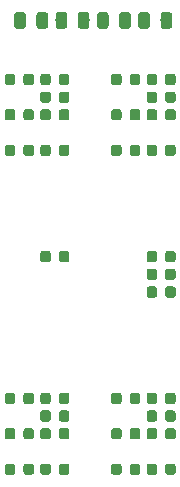
<source format=gbp>
G04 #@! TF.GenerationSoftware,KiCad,Pcbnew,5.0.0-fee4fd1~66~ubuntu18.04.1*
G04 #@! TF.CreationDate,2018-09-10T21:16:37+02:00*
G04 #@! TF.ProjectId,QuadCAN-FD,5175616443414E2D46442E6B69636164,rev?*
G04 #@! TF.SameCoordinates,Original*
G04 #@! TF.FileFunction,Paste,Bot*
G04 #@! TF.FilePolarity,Positive*
%FSLAX46Y46*%
G04 Gerber Fmt 4.6, Leading zero omitted, Abs format (unit mm)*
G04 Created by KiCad (PCBNEW 5.0.0-fee4fd1~66~ubuntu18.04.1) date Mon Sep 10 21:16:37 2018*
%MOMM*%
%LPD*%
G01*
G04 APERTURE LIST*
%ADD10C,0.100000*%
%ADD11C,0.875000*%
%ADD12C,0.975000*%
G04 APERTURE END LIST*
D10*
G04 #@! TO.C,C22*
G36*
X88395191Y-50491053D02*
X88416426Y-50494203D01*
X88437250Y-50499419D01*
X88457462Y-50506651D01*
X88476868Y-50515830D01*
X88495281Y-50526866D01*
X88512524Y-50539654D01*
X88528430Y-50554070D01*
X88542846Y-50569976D01*
X88555634Y-50587219D01*
X88566670Y-50605632D01*
X88575849Y-50625038D01*
X88583081Y-50645250D01*
X88588297Y-50666074D01*
X88591447Y-50687309D01*
X88592500Y-50708750D01*
X88592500Y-51221250D01*
X88591447Y-51242691D01*
X88588297Y-51263926D01*
X88583081Y-51284750D01*
X88575849Y-51304962D01*
X88566670Y-51324368D01*
X88555634Y-51342781D01*
X88542846Y-51360024D01*
X88528430Y-51375930D01*
X88512524Y-51390346D01*
X88495281Y-51403134D01*
X88476868Y-51414170D01*
X88457462Y-51423349D01*
X88437250Y-51430581D01*
X88416426Y-51435797D01*
X88395191Y-51438947D01*
X88373750Y-51440000D01*
X87936250Y-51440000D01*
X87914809Y-51438947D01*
X87893574Y-51435797D01*
X87872750Y-51430581D01*
X87852538Y-51423349D01*
X87833132Y-51414170D01*
X87814719Y-51403134D01*
X87797476Y-51390346D01*
X87781570Y-51375930D01*
X87767154Y-51360024D01*
X87754366Y-51342781D01*
X87743330Y-51324368D01*
X87734151Y-51304962D01*
X87726919Y-51284750D01*
X87721703Y-51263926D01*
X87718553Y-51242691D01*
X87717500Y-51221250D01*
X87717500Y-50708750D01*
X87718553Y-50687309D01*
X87721703Y-50666074D01*
X87726919Y-50645250D01*
X87734151Y-50625038D01*
X87743330Y-50605632D01*
X87754366Y-50587219D01*
X87767154Y-50569976D01*
X87781570Y-50554070D01*
X87797476Y-50539654D01*
X87814719Y-50526866D01*
X87833132Y-50515830D01*
X87852538Y-50506651D01*
X87872750Y-50499419D01*
X87893574Y-50494203D01*
X87914809Y-50491053D01*
X87936250Y-50490000D01*
X88373750Y-50490000D01*
X88395191Y-50491053D01*
X88395191Y-50491053D01*
G37*
D11*
X88155000Y-50965000D03*
D10*
G36*
X86820191Y-50491053D02*
X86841426Y-50494203D01*
X86862250Y-50499419D01*
X86882462Y-50506651D01*
X86901868Y-50515830D01*
X86920281Y-50526866D01*
X86937524Y-50539654D01*
X86953430Y-50554070D01*
X86967846Y-50569976D01*
X86980634Y-50587219D01*
X86991670Y-50605632D01*
X87000849Y-50625038D01*
X87008081Y-50645250D01*
X87013297Y-50666074D01*
X87016447Y-50687309D01*
X87017500Y-50708750D01*
X87017500Y-51221250D01*
X87016447Y-51242691D01*
X87013297Y-51263926D01*
X87008081Y-51284750D01*
X87000849Y-51304962D01*
X86991670Y-51324368D01*
X86980634Y-51342781D01*
X86967846Y-51360024D01*
X86953430Y-51375930D01*
X86937524Y-51390346D01*
X86920281Y-51403134D01*
X86901868Y-51414170D01*
X86882462Y-51423349D01*
X86862250Y-51430581D01*
X86841426Y-51435797D01*
X86820191Y-51438947D01*
X86798750Y-51440000D01*
X86361250Y-51440000D01*
X86339809Y-51438947D01*
X86318574Y-51435797D01*
X86297750Y-51430581D01*
X86277538Y-51423349D01*
X86258132Y-51414170D01*
X86239719Y-51403134D01*
X86222476Y-51390346D01*
X86206570Y-51375930D01*
X86192154Y-51360024D01*
X86179366Y-51342781D01*
X86168330Y-51324368D01*
X86159151Y-51304962D01*
X86151919Y-51284750D01*
X86146703Y-51263926D01*
X86143553Y-51242691D01*
X86142500Y-51221250D01*
X86142500Y-50708750D01*
X86143553Y-50687309D01*
X86146703Y-50666074D01*
X86151919Y-50645250D01*
X86159151Y-50625038D01*
X86168330Y-50605632D01*
X86179366Y-50587219D01*
X86192154Y-50569976D01*
X86206570Y-50554070D01*
X86222476Y-50539654D01*
X86239719Y-50526866D01*
X86258132Y-50515830D01*
X86277538Y-50506651D01*
X86297750Y-50499419D01*
X86318574Y-50494203D01*
X86339809Y-50491053D01*
X86361250Y-50490000D01*
X86798750Y-50490000D01*
X86820191Y-50491053D01*
X86820191Y-50491053D01*
G37*
D11*
X86580000Y-50965000D03*
G04 #@! TD*
D10*
G04 #@! TO.C,R12*
G36*
X93572642Y-30266174D02*
X93596303Y-30269684D01*
X93619507Y-30275496D01*
X93642029Y-30283554D01*
X93663653Y-30293782D01*
X93684170Y-30306079D01*
X93703383Y-30320329D01*
X93721107Y-30336393D01*
X93737171Y-30354117D01*
X93751421Y-30373330D01*
X93763718Y-30393847D01*
X93773946Y-30415471D01*
X93782004Y-30437993D01*
X93787816Y-30461197D01*
X93791326Y-30484858D01*
X93792500Y-30508750D01*
X93792500Y-31421250D01*
X93791326Y-31445142D01*
X93787816Y-31468803D01*
X93782004Y-31492007D01*
X93773946Y-31514529D01*
X93763718Y-31536153D01*
X93751421Y-31556670D01*
X93737171Y-31575883D01*
X93721107Y-31593607D01*
X93703383Y-31609671D01*
X93684170Y-31623921D01*
X93663653Y-31636218D01*
X93642029Y-31646446D01*
X93619507Y-31654504D01*
X93596303Y-31660316D01*
X93572642Y-31663826D01*
X93548750Y-31665000D01*
X93061250Y-31665000D01*
X93037358Y-31663826D01*
X93013697Y-31660316D01*
X92990493Y-31654504D01*
X92967971Y-31646446D01*
X92946347Y-31636218D01*
X92925830Y-31623921D01*
X92906617Y-31609671D01*
X92888893Y-31593607D01*
X92872829Y-31575883D01*
X92858579Y-31556670D01*
X92846282Y-31536153D01*
X92836054Y-31514529D01*
X92827996Y-31492007D01*
X92822184Y-31468803D01*
X92818674Y-31445142D01*
X92817500Y-31421250D01*
X92817500Y-30508750D01*
X92818674Y-30484858D01*
X92822184Y-30461197D01*
X92827996Y-30437993D01*
X92836054Y-30415471D01*
X92846282Y-30393847D01*
X92858579Y-30373330D01*
X92872829Y-30354117D01*
X92888893Y-30336393D01*
X92906617Y-30320329D01*
X92925830Y-30306079D01*
X92946347Y-30293782D01*
X92967971Y-30283554D01*
X92990493Y-30275496D01*
X93013697Y-30269684D01*
X93037358Y-30266174D01*
X93061250Y-30265000D01*
X93548750Y-30265000D01*
X93572642Y-30266174D01*
X93572642Y-30266174D01*
G37*
D12*
X93305000Y-30965000D03*
D10*
G36*
X91697642Y-30266174D02*
X91721303Y-30269684D01*
X91744507Y-30275496D01*
X91767029Y-30283554D01*
X91788653Y-30293782D01*
X91809170Y-30306079D01*
X91828383Y-30320329D01*
X91846107Y-30336393D01*
X91862171Y-30354117D01*
X91876421Y-30373330D01*
X91888718Y-30393847D01*
X91898946Y-30415471D01*
X91907004Y-30437993D01*
X91912816Y-30461197D01*
X91916326Y-30484858D01*
X91917500Y-30508750D01*
X91917500Y-31421250D01*
X91916326Y-31445142D01*
X91912816Y-31468803D01*
X91907004Y-31492007D01*
X91898946Y-31514529D01*
X91888718Y-31536153D01*
X91876421Y-31556670D01*
X91862171Y-31575883D01*
X91846107Y-31593607D01*
X91828383Y-31609671D01*
X91809170Y-31623921D01*
X91788653Y-31636218D01*
X91767029Y-31646446D01*
X91744507Y-31654504D01*
X91721303Y-31660316D01*
X91697642Y-31663826D01*
X91673750Y-31665000D01*
X91186250Y-31665000D01*
X91162358Y-31663826D01*
X91138697Y-31660316D01*
X91115493Y-31654504D01*
X91092971Y-31646446D01*
X91071347Y-31636218D01*
X91050830Y-31623921D01*
X91031617Y-31609671D01*
X91013893Y-31593607D01*
X90997829Y-31575883D01*
X90983579Y-31556670D01*
X90971282Y-31536153D01*
X90961054Y-31514529D01*
X90952996Y-31492007D01*
X90947184Y-31468803D01*
X90943674Y-31445142D01*
X90942500Y-31421250D01*
X90942500Y-30508750D01*
X90943674Y-30484858D01*
X90947184Y-30461197D01*
X90952996Y-30437993D01*
X90961054Y-30415471D01*
X90971282Y-30393847D01*
X90983579Y-30373330D01*
X90997829Y-30354117D01*
X91013893Y-30336393D01*
X91031617Y-30320329D01*
X91050830Y-30306079D01*
X91071347Y-30293782D01*
X91092971Y-30283554D01*
X91115493Y-30275496D01*
X91138697Y-30269684D01*
X91162358Y-30266174D01*
X91186250Y-30265000D01*
X91673750Y-30265000D01*
X91697642Y-30266174D01*
X91697642Y-30266174D01*
G37*
D12*
X91430000Y-30965000D03*
G04 #@! TD*
D10*
G04 #@! TO.C,R13*
G36*
X90072642Y-30266174D02*
X90096303Y-30269684D01*
X90119507Y-30275496D01*
X90142029Y-30283554D01*
X90163653Y-30293782D01*
X90184170Y-30306079D01*
X90203383Y-30320329D01*
X90221107Y-30336393D01*
X90237171Y-30354117D01*
X90251421Y-30373330D01*
X90263718Y-30393847D01*
X90273946Y-30415471D01*
X90282004Y-30437993D01*
X90287816Y-30461197D01*
X90291326Y-30484858D01*
X90292500Y-30508750D01*
X90292500Y-31421250D01*
X90291326Y-31445142D01*
X90287816Y-31468803D01*
X90282004Y-31492007D01*
X90273946Y-31514529D01*
X90263718Y-31536153D01*
X90251421Y-31556670D01*
X90237171Y-31575883D01*
X90221107Y-31593607D01*
X90203383Y-31609671D01*
X90184170Y-31623921D01*
X90163653Y-31636218D01*
X90142029Y-31646446D01*
X90119507Y-31654504D01*
X90096303Y-31660316D01*
X90072642Y-31663826D01*
X90048750Y-31665000D01*
X89561250Y-31665000D01*
X89537358Y-31663826D01*
X89513697Y-31660316D01*
X89490493Y-31654504D01*
X89467971Y-31646446D01*
X89446347Y-31636218D01*
X89425830Y-31623921D01*
X89406617Y-31609671D01*
X89388893Y-31593607D01*
X89372829Y-31575883D01*
X89358579Y-31556670D01*
X89346282Y-31536153D01*
X89336054Y-31514529D01*
X89327996Y-31492007D01*
X89322184Y-31468803D01*
X89318674Y-31445142D01*
X89317500Y-31421250D01*
X89317500Y-30508750D01*
X89318674Y-30484858D01*
X89322184Y-30461197D01*
X89327996Y-30437993D01*
X89336054Y-30415471D01*
X89346282Y-30393847D01*
X89358579Y-30373330D01*
X89372829Y-30354117D01*
X89388893Y-30336393D01*
X89406617Y-30320329D01*
X89425830Y-30306079D01*
X89446347Y-30293782D01*
X89467971Y-30283554D01*
X89490493Y-30275496D01*
X89513697Y-30269684D01*
X89537358Y-30266174D01*
X89561250Y-30265000D01*
X90048750Y-30265000D01*
X90072642Y-30266174D01*
X90072642Y-30266174D01*
G37*
D12*
X89805000Y-30965000D03*
D10*
G36*
X88197642Y-30266174D02*
X88221303Y-30269684D01*
X88244507Y-30275496D01*
X88267029Y-30283554D01*
X88288653Y-30293782D01*
X88309170Y-30306079D01*
X88328383Y-30320329D01*
X88346107Y-30336393D01*
X88362171Y-30354117D01*
X88376421Y-30373330D01*
X88388718Y-30393847D01*
X88398946Y-30415471D01*
X88407004Y-30437993D01*
X88412816Y-30461197D01*
X88416326Y-30484858D01*
X88417500Y-30508750D01*
X88417500Y-31421250D01*
X88416326Y-31445142D01*
X88412816Y-31468803D01*
X88407004Y-31492007D01*
X88398946Y-31514529D01*
X88388718Y-31536153D01*
X88376421Y-31556670D01*
X88362171Y-31575883D01*
X88346107Y-31593607D01*
X88328383Y-31609671D01*
X88309170Y-31623921D01*
X88288653Y-31636218D01*
X88267029Y-31646446D01*
X88244507Y-31654504D01*
X88221303Y-31660316D01*
X88197642Y-31663826D01*
X88173750Y-31665000D01*
X87686250Y-31665000D01*
X87662358Y-31663826D01*
X87638697Y-31660316D01*
X87615493Y-31654504D01*
X87592971Y-31646446D01*
X87571347Y-31636218D01*
X87550830Y-31623921D01*
X87531617Y-31609671D01*
X87513893Y-31593607D01*
X87497829Y-31575883D01*
X87483579Y-31556670D01*
X87471282Y-31536153D01*
X87461054Y-31514529D01*
X87452996Y-31492007D01*
X87447184Y-31468803D01*
X87443674Y-31445142D01*
X87442500Y-31421250D01*
X87442500Y-30508750D01*
X87443674Y-30484858D01*
X87447184Y-30461197D01*
X87452996Y-30437993D01*
X87461054Y-30415471D01*
X87471282Y-30393847D01*
X87483579Y-30373330D01*
X87497829Y-30354117D01*
X87513893Y-30336393D01*
X87531617Y-30320329D01*
X87550830Y-30306079D01*
X87571347Y-30293782D01*
X87592971Y-30283554D01*
X87615493Y-30275496D01*
X87638697Y-30269684D01*
X87662358Y-30266174D01*
X87686250Y-30265000D01*
X88173750Y-30265000D01*
X88197642Y-30266174D01*
X88197642Y-30266174D01*
G37*
D12*
X87930000Y-30965000D03*
G04 #@! TD*
D10*
G04 #@! TO.C,R11*
G36*
X97072642Y-30266174D02*
X97096303Y-30269684D01*
X97119507Y-30275496D01*
X97142029Y-30283554D01*
X97163653Y-30293782D01*
X97184170Y-30306079D01*
X97203383Y-30320329D01*
X97221107Y-30336393D01*
X97237171Y-30354117D01*
X97251421Y-30373330D01*
X97263718Y-30393847D01*
X97273946Y-30415471D01*
X97282004Y-30437993D01*
X97287816Y-30461197D01*
X97291326Y-30484858D01*
X97292500Y-30508750D01*
X97292500Y-31421250D01*
X97291326Y-31445142D01*
X97287816Y-31468803D01*
X97282004Y-31492007D01*
X97273946Y-31514529D01*
X97263718Y-31536153D01*
X97251421Y-31556670D01*
X97237171Y-31575883D01*
X97221107Y-31593607D01*
X97203383Y-31609671D01*
X97184170Y-31623921D01*
X97163653Y-31636218D01*
X97142029Y-31646446D01*
X97119507Y-31654504D01*
X97096303Y-31660316D01*
X97072642Y-31663826D01*
X97048750Y-31665000D01*
X96561250Y-31665000D01*
X96537358Y-31663826D01*
X96513697Y-31660316D01*
X96490493Y-31654504D01*
X96467971Y-31646446D01*
X96446347Y-31636218D01*
X96425830Y-31623921D01*
X96406617Y-31609671D01*
X96388893Y-31593607D01*
X96372829Y-31575883D01*
X96358579Y-31556670D01*
X96346282Y-31536153D01*
X96336054Y-31514529D01*
X96327996Y-31492007D01*
X96322184Y-31468803D01*
X96318674Y-31445142D01*
X96317500Y-31421250D01*
X96317500Y-30508750D01*
X96318674Y-30484858D01*
X96322184Y-30461197D01*
X96327996Y-30437993D01*
X96336054Y-30415471D01*
X96346282Y-30393847D01*
X96358579Y-30373330D01*
X96372829Y-30354117D01*
X96388893Y-30336393D01*
X96406617Y-30320329D01*
X96425830Y-30306079D01*
X96446347Y-30293782D01*
X96467971Y-30283554D01*
X96490493Y-30275496D01*
X96513697Y-30269684D01*
X96537358Y-30266174D01*
X96561250Y-30265000D01*
X97048750Y-30265000D01*
X97072642Y-30266174D01*
X97072642Y-30266174D01*
G37*
D12*
X96805000Y-30965000D03*
D10*
G36*
X95197642Y-30266174D02*
X95221303Y-30269684D01*
X95244507Y-30275496D01*
X95267029Y-30283554D01*
X95288653Y-30293782D01*
X95309170Y-30306079D01*
X95328383Y-30320329D01*
X95346107Y-30336393D01*
X95362171Y-30354117D01*
X95376421Y-30373330D01*
X95388718Y-30393847D01*
X95398946Y-30415471D01*
X95407004Y-30437993D01*
X95412816Y-30461197D01*
X95416326Y-30484858D01*
X95417500Y-30508750D01*
X95417500Y-31421250D01*
X95416326Y-31445142D01*
X95412816Y-31468803D01*
X95407004Y-31492007D01*
X95398946Y-31514529D01*
X95388718Y-31536153D01*
X95376421Y-31556670D01*
X95362171Y-31575883D01*
X95346107Y-31593607D01*
X95328383Y-31609671D01*
X95309170Y-31623921D01*
X95288653Y-31636218D01*
X95267029Y-31646446D01*
X95244507Y-31654504D01*
X95221303Y-31660316D01*
X95197642Y-31663826D01*
X95173750Y-31665000D01*
X94686250Y-31665000D01*
X94662358Y-31663826D01*
X94638697Y-31660316D01*
X94615493Y-31654504D01*
X94592971Y-31646446D01*
X94571347Y-31636218D01*
X94550830Y-31623921D01*
X94531617Y-31609671D01*
X94513893Y-31593607D01*
X94497829Y-31575883D01*
X94483579Y-31556670D01*
X94471282Y-31536153D01*
X94461054Y-31514529D01*
X94452996Y-31492007D01*
X94447184Y-31468803D01*
X94443674Y-31445142D01*
X94442500Y-31421250D01*
X94442500Y-30508750D01*
X94443674Y-30484858D01*
X94447184Y-30461197D01*
X94452996Y-30437993D01*
X94461054Y-30415471D01*
X94471282Y-30393847D01*
X94483579Y-30373330D01*
X94497829Y-30354117D01*
X94513893Y-30336393D01*
X94531617Y-30320329D01*
X94550830Y-30306079D01*
X94571347Y-30293782D01*
X94592971Y-30283554D01*
X94615493Y-30275496D01*
X94638697Y-30269684D01*
X94662358Y-30266174D01*
X94686250Y-30265000D01*
X95173750Y-30265000D01*
X95197642Y-30266174D01*
X95197642Y-30266174D01*
G37*
D12*
X94930000Y-30965000D03*
G04 #@! TD*
D10*
G04 #@! TO.C,R14*
G36*
X86572642Y-30266174D02*
X86596303Y-30269684D01*
X86619507Y-30275496D01*
X86642029Y-30283554D01*
X86663653Y-30293782D01*
X86684170Y-30306079D01*
X86703383Y-30320329D01*
X86721107Y-30336393D01*
X86737171Y-30354117D01*
X86751421Y-30373330D01*
X86763718Y-30393847D01*
X86773946Y-30415471D01*
X86782004Y-30437993D01*
X86787816Y-30461197D01*
X86791326Y-30484858D01*
X86792500Y-30508750D01*
X86792500Y-31421250D01*
X86791326Y-31445142D01*
X86787816Y-31468803D01*
X86782004Y-31492007D01*
X86773946Y-31514529D01*
X86763718Y-31536153D01*
X86751421Y-31556670D01*
X86737171Y-31575883D01*
X86721107Y-31593607D01*
X86703383Y-31609671D01*
X86684170Y-31623921D01*
X86663653Y-31636218D01*
X86642029Y-31646446D01*
X86619507Y-31654504D01*
X86596303Y-31660316D01*
X86572642Y-31663826D01*
X86548750Y-31665000D01*
X86061250Y-31665000D01*
X86037358Y-31663826D01*
X86013697Y-31660316D01*
X85990493Y-31654504D01*
X85967971Y-31646446D01*
X85946347Y-31636218D01*
X85925830Y-31623921D01*
X85906617Y-31609671D01*
X85888893Y-31593607D01*
X85872829Y-31575883D01*
X85858579Y-31556670D01*
X85846282Y-31536153D01*
X85836054Y-31514529D01*
X85827996Y-31492007D01*
X85822184Y-31468803D01*
X85818674Y-31445142D01*
X85817500Y-31421250D01*
X85817500Y-30508750D01*
X85818674Y-30484858D01*
X85822184Y-30461197D01*
X85827996Y-30437993D01*
X85836054Y-30415471D01*
X85846282Y-30393847D01*
X85858579Y-30373330D01*
X85872829Y-30354117D01*
X85888893Y-30336393D01*
X85906617Y-30320329D01*
X85925830Y-30306079D01*
X85946347Y-30293782D01*
X85967971Y-30283554D01*
X85990493Y-30275496D01*
X86013697Y-30269684D01*
X86037358Y-30266174D01*
X86061250Y-30265000D01*
X86548750Y-30265000D01*
X86572642Y-30266174D01*
X86572642Y-30266174D01*
G37*
D12*
X86305000Y-30965000D03*
D10*
G36*
X84697642Y-30266174D02*
X84721303Y-30269684D01*
X84744507Y-30275496D01*
X84767029Y-30283554D01*
X84788653Y-30293782D01*
X84809170Y-30306079D01*
X84828383Y-30320329D01*
X84846107Y-30336393D01*
X84862171Y-30354117D01*
X84876421Y-30373330D01*
X84888718Y-30393847D01*
X84898946Y-30415471D01*
X84907004Y-30437993D01*
X84912816Y-30461197D01*
X84916326Y-30484858D01*
X84917500Y-30508750D01*
X84917500Y-31421250D01*
X84916326Y-31445142D01*
X84912816Y-31468803D01*
X84907004Y-31492007D01*
X84898946Y-31514529D01*
X84888718Y-31536153D01*
X84876421Y-31556670D01*
X84862171Y-31575883D01*
X84846107Y-31593607D01*
X84828383Y-31609671D01*
X84809170Y-31623921D01*
X84788653Y-31636218D01*
X84767029Y-31646446D01*
X84744507Y-31654504D01*
X84721303Y-31660316D01*
X84697642Y-31663826D01*
X84673750Y-31665000D01*
X84186250Y-31665000D01*
X84162358Y-31663826D01*
X84138697Y-31660316D01*
X84115493Y-31654504D01*
X84092971Y-31646446D01*
X84071347Y-31636218D01*
X84050830Y-31623921D01*
X84031617Y-31609671D01*
X84013893Y-31593607D01*
X83997829Y-31575883D01*
X83983579Y-31556670D01*
X83971282Y-31536153D01*
X83961054Y-31514529D01*
X83952996Y-31492007D01*
X83947184Y-31468803D01*
X83943674Y-31445142D01*
X83942500Y-31421250D01*
X83942500Y-30508750D01*
X83943674Y-30484858D01*
X83947184Y-30461197D01*
X83952996Y-30437993D01*
X83961054Y-30415471D01*
X83971282Y-30393847D01*
X83983579Y-30373330D01*
X83997829Y-30354117D01*
X84013893Y-30336393D01*
X84031617Y-30320329D01*
X84050830Y-30306079D01*
X84071347Y-30293782D01*
X84092971Y-30283554D01*
X84115493Y-30275496D01*
X84138697Y-30269684D01*
X84162358Y-30266174D01*
X84186250Y-30265000D01*
X84673750Y-30265000D01*
X84697642Y-30266174D01*
X84697642Y-30266174D01*
G37*
D12*
X84430000Y-30965000D03*
G04 #@! TD*
D10*
G04 #@! TO.C,R5*
G36*
X88395191Y-41491053D02*
X88416426Y-41494203D01*
X88437250Y-41499419D01*
X88457462Y-41506651D01*
X88476868Y-41515830D01*
X88495281Y-41526866D01*
X88512524Y-41539654D01*
X88528430Y-41554070D01*
X88542846Y-41569976D01*
X88555634Y-41587219D01*
X88566670Y-41605632D01*
X88575849Y-41625038D01*
X88583081Y-41645250D01*
X88588297Y-41666074D01*
X88591447Y-41687309D01*
X88592500Y-41708750D01*
X88592500Y-42221250D01*
X88591447Y-42242691D01*
X88588297Y-42263926D01*
X88583081Y-42284750D01*
X88575849Y-42304962D01*
X88566670Y-42324368D01*
X88555634Y-42342781D01*
X88542846Y-42360024D01*
X88528430Y-42375930D01*
X88512524Y-42390346D01*
X88495281Y-42403134D01*
X88476868Y-42414170D01*
X88457462Y-42423349D01*
X88437250Y-42430581D01*
X88416426Y-42435797D01*
X88395191Y-42438947D01*
X88373750Y-42440000D01*
X87936250Y-42440000D01*
X87914809Y-42438947D01*
X87893574Y-42435797D01*
X87872750Y-42430581D01*
X87852538Y-42423349D01*
X87833132Y-42414170D01*
X87814719Y-42403134D01*
X87797476Y-42390346D01*
X87781570Y-42375930D01*
X87767154Y-42360024D01*
X87754366Y-42342781D01*
X87743330Y-42324368D01*
X87734151Y-42304962D01*
X87726919Y-42284750D01*
X87721703Y-42263926D01*
X87718553Y-42242691D01*
X87717500Y-42221250D01*
X87717500Y-41708750D01*
X87718553Y-41687309D01*
X87721703Y-41666074D01*
X87726919Y-41645250D01*
X87734151Y-41625038D01*
X87743330Y-41605632D01*
X87754366Y-41587219D01*
X87767154Y-41569976D01*
X87781570Y-41554070D01*
X87797476Y-41539654D01*
X87814719Y-41526866D01*
X87833132Y-41515830D01*
X87852538Y-41506651D01*
X87872750Y-41499419D01*
X87893574Y-41494203D01*
X87914809Y-41491053D01*
X87936250Y-41490000D01*
X88373750Y-41490000D01*
X88395191Y-41491053D01*
X88395191Y-41491053D01*
G37*
D11*
X88155000Y-41965000D03*
D10*
G36*
X86820191Y-41491053D02*
X86841426Y-41494203D01*
X86862250Y-41499419D01*
X86882462Y-41506651D01*
X86901868Y-41515830D01*
X86920281Y-41526866D01*
X86937524Y-41539654D01*
X86953430Y-41554070D01*
X86967846Y-41569976D01*
X86980634Y-41587219D01*
X86991670Y-41605632D01*
X87000849Y-41625038D01*
X87008081Y-41645250D01*
X87013297Y-41666074D01*
X87016447Y-41687309D01*
X87017500Y-41708750D01*
X87017500Y-42221250D01*
X87016447Y-42242691D01*
X87013297Y-42263926D01*
X87008081Y-42284750D01*
X87000849Y-42304962D01*
X86991670Y-42324368D01*
X86980634Y-42342781D01*
X86967846Y-42360024D01*
X86953430Y-42375930D01*
X86937524Y-42390346D01*
X86920281Y-42403134D01*
X86901868Y-42414170D01*
X86882462Y-42423349D01*
X86862250Y-42430581D01*
X86841426Y-42435797D01*
X86820191Y-42438947D01*
X86798750Y-42440000D01*
X86361250Y-42440000D01*
X86339809Y-42438947D01*
X86318574Y-42435797D01*
X86297750Y-42430581D01*
X86277538Y-42423349D01*
X86258132Y-42414170D01*
X86239719Y-42403134D01*
X86222476Y-42390346D01*
X86206570Y-42375930D01*
X86192154Y-42360024D01*
X86179366Y-42342781D01*
X86168330Y-42324368D01*
X86159151Y-42304962D01*
X86151919Y-42284750D01*
X86146703Y-42263926D01*
X86143553Y-42242691D01*
X86142500Y-42221250D01*
X86142500Y-41708750D01*
X86143553Y-41687309D01*
X86146703Y-41666074D01*
X86151919Y-41645250D01*
X86159151Y-41625038D01*
X86168330Y-41605632D01*
X86179366Y-41587219D01*
X86192154Y-41569976D01*
X86206570Y-41554070D01*
X86222476Y-41539654D01*
X86239719Y-41526866D01*
X86258132Y-41515830D01*
X86277538Y-41506651D01*
X86297750Y-41499419D01*
X86318574Y-41494203D01*
X86339809Y-41491053D01*
X86361250Y-41490000D01*
X86798750Y-41490000D01*
X86820191Y-41491053D01*
X86820191Y-41491053D01*
G37*
D11*
X86580000Y-41965000D03*
G04 #@! TD*
D10*
G04 #@! TO.C,R6*
G36*
X85395191Y-41491053D02*
X85416426Y-41494203D01*
X85437250Y-41499419D01*
X85457462Y-41506651D01*
X85476868Y-41515830D01*
X85495281Y-41526866D01*
X85512524Y-41539654D01*
X85528430Y-41554070D01*
X85542846Y-41569976D01*
X85555634Y-41587219D01*
X85566670Y-41605632D01*
X85575849Y-41625038D01*
X85583081Y-41645250D01*
X85588297Y-41666074D01*
X85591447Y-41687309D01*
X85592500Y-41708750D01*
X85592500Y-42221250D01*
X85591447Y-42242691D01*
X85588297Y-42263926D01*
X85583081Y-42284750D01*
X85575849Y-42304962D01*
X85566670Y-42324368D01*
X85555634Y-42342781D01*
X85542846Y-42360024D01*
X85528430Y-42375930D01*
X85512524Y-42390346D01*
X85495281Y-42403134D01*
X85476868Y-42414170D01*
X85457462Y-42423349D01*
X85437250Y-42430581D01*
X85416426Y-42435797D01*
X85395191Y-42438947D01*
X85373750Y-42440000D01*
X84936250Y-42440000D01*
X84914809Y-42438947D01*
X84893574Y-42435797D01*
X84872750Y-42430581D01*
X84852538Y-42423349D01*
X84833132Y-42414170D01*
X84814719Y-42403134D01*
X84797476Y-42390346D01*
X84781570Y-42375930D01*
X84767154Y-42360024D01*
X84754366Y-42342781D01*
X84743330Y-42324368D01*
X84734151Y-42304962D01*
X84726919Y-42284750D01*
X84721703Y-42263926D01*
X84718553Y-42242691D01*
X84717500Y-42221250D01*
X84717500Y-41708750D01*
X84718553Y-41687309D01*
X84721703Y-41666074D01*
X84726919Y-41645250D01*
X84734151Y-41625038D01*
X84743330Y-41605632D01*
X84754366Y-41587219D01*
X84767154Y-41569976D01*
X84781570Y-41554070D01*
X84797476Y-41539654D01*
X84814719Y-41526866D01*
X84833132Y-41515830D01*
X84852538Y-41506651D01*
X84872750Y-41499419D01*
X84893574Y-41494203D01*
X84914809Y-41491053D01*
X84936250Y-41490000D01*
X85373750Y-41490000D01*
X85395191Y-41491053D01*
X85395191Y-41491053D01*
G37*
D11*
X85155000Y-41965000D03*
D10*
G36*
X83820191Y-41491053D02*
X83841426Y-41494203D01*
X83862250Y-41499419D01*
X83882462Y-41506651D01*
X83901868Y-41515830D01*
X83920281Y-41526866D01*
X83937524Y-41539654D01*
X83953430Y-41554070D01*
X83967846Y-41569976D01*
X83980634Y-41587219D01*
X83991670Y-41605632D01*
X84000849Y-41625038D01*
X84008081Y-41645250D01*
X84013297Y-41666074D01*
X84016447Y-41687309D01*
X84017500Y-41708750D01*
X84017500Y-42221250D01*
X84016447Y-42242691D01*
X84013297Y-42263926D01*
X84008081Y-42284750D01*
X84000849Y-42304962D01*
X83991670Y-42324368D01*
X83980634Y-42342781D01*
X83967846Y-42360024D01*
X83953430Y-42375930D01*
X83937524Y-42390346D01*
X83920281Y-42403134D01*
X83901868Y-42414170D01*
X83882462Y-42423349D01*
X83862250Y-42430581D01*
X83841426Y-42435797D01*
X83820191Y-42438947D01*
X83798750Y-42440000D01*
X83361250Y-42440000D01*
X83339809Y-42438947D01*
X83318574Y-42435797D01*
X83297750Y-42430581D01*
X83277538Y-42423349D01*
X83258132Y-42414170D01*
X83239719Y-42403134D01*
X83222476Y-42390346D01*
X83206570Y-42375930D01*
X83192154Y-42360024D01*
X83179366Y-42342781D01*
X83168330Y-42324368D01*
X83159151Y-42304962D01*
X83151919Y-42284750D01*
X83146703Y-42263926D01*
X83143553Y-42242691D01*
X83142500Y-42221250D01*
X83142500Y-41708750D01*
X83143553Y-41687309D01*
X83146703Y-41666074D01*
X83151919Y-41645250D01*
X83159151Y-41625038D01*
X83168330Y-41605632D01*
X83179366Y-41587219D01*
X83192154Y-41569976D01*
X83206570Y-41554070D01*
X83222476Y-41539654D01*
X83239719Y-41526866D01*
X83258132Y-41515830D01*
X83277538Y-41506651D01*
X83297750Y-41499419D01*
X83318574Y-41494203D01*
X83339809Y-41491053D01*
X83361250Y-41490000D01*
X83798750Y-41490000D01*
X83820191Y-41491053D01*
X83820191Y-41491053D01*
G37*
D11*
X83580000Y-41965000D03*
G04 #@! TD*
D10*
G04 #@! TO.C,R7*
G36*
X97395191Y-68491053D02*
X97416426Y-68494203D01*
X97437250Y-68499419D01*
X97457462Y-68506651D01*
X97476868Y-68515830D01*
X97495281Y-68526866D01*
X97512524Y-68539654D01*
X97528430Y-68554070D01*
X97542846Y-68569976D01*
X97555634Y-68587219D01*
X97566670Y-68605632D01*
X97575849Y-68625038D01*
X97583081Y-68645250D01*
X97588297Y-68666074D01*
X97591447Y-68687309D01*
X97592500Y-68708750D01*
X97592500Y-69221250D01*
X97591447Y-69242691D01*
X97588297Y-69263926D01*
X97583081Y-69284750D01*
X97575849Y-69304962D01*
X97566670Y-69324368D01*
X97555634Y-69342781D01*
X97542846Y-69360024D01*
X97528430Y-69375930D01*
X97512524Y-69390346D01*
X97495281Y-69403134D01*
X97476868Y-69414170D01*
X97457462Y-69423349D01*
X97437250Y-69430581D01*
X97416426Y-69435797D01*
X97395191Y-69438947D01*
X97373750Y-69440000D01*
X96936250Y-69440000D01*
X96914809Y-69438947D01*
X96893574Y-69435797D01*
X96872750Y-69430581D01*
X96852538Y-69423349D01*
X96833132Y-69414170D01*
X96814719Y-69403134D01*
X96797476Y-69390346D01*
X96781570Y-69375930D01*
X96767154Y-69360024D01*
X96754366Y-69342781D01*
X96743330Y-69324368D01*
X96734151Y-69304962D01*
X96726919Y-69284750D01*
X96721703Y-69263926D01*
X96718553Y-69242691D01*
X96717500Y-69221250D01*
X96717500Y-68708750D01*
X96718553Y-68687309D01*
X96721703Y-68666074D01*
X96726919Y-68645250D01*
X96734151Y-68625038D01*
X96743330Y-68605632D01*
X96754366Y-68587219D01*
X96767154Y-68569976D01*
X96781570Y-68554070D01*
X96797476Y-68539654D01*
X96814719Y-68526866D01*
X96833132Y-68515830D01*
X96852538Y-68506651D01*
X96872750Y-68499419D01*
X96893574Y-68494203D01*
X96914809Y-68491053D01*
X96936250Y-68490000D01*
X97373750Y-68490000D01*
X97395191Y-68491053D01*
X97395191Y-68491053D01*
G37*
D11*
X97155000Y-68965000D03*
D10*
G36*
X95820191Y-68491053D02*
X95841426Y-68494203D01*
X95862250Y-68499419D01*
X95882462Y-68506651D01*
X95901868Y-68515830D01*
X95920281Y-68526866D01*
X95937524Y-68539654D01*
X95953430Y-68554070D01*
X95967846Y-68569976D01*
X95980634Y-68587219D01*
X95991670Y-68605632D01*
X96000849Y-68625038D01*
X96008081Y-68645250D01*
X96013297Y-68666074D01*
X96016447Y-68687309D01*
X96017500Y-68708750D01*
X96017500Y-69221250D01*
X96016447Y-69242691D01*
X96013297Y-69263926D01*
X96008081Y-69284750D01*
X96000849Y-69304962D01*
X95991670Y-69324368D01*
X95980634Y-69342781D01*
X95967846Y-69360024D01*
X95953430Y-69375930D01*
X95937524Y-69390346D01*
X95920281Y-69403134D01*
X95901868Y-69414170D01*
X95882462Y-69423349D01*
X95862250Y-69430581D01*
X95841426Y-69435797D01*
X95820191Y-69438947D01*
X95798750Y-69440000D01*
X95361250Y-69440000D01*
X95339809Y-69438947D01*
X95318574Y-69435797D01*
X95297750Y-69430581D01*
X95277538Y-69423349D01*
X95258132Y-69414170D01*
X95239719Y-69403134D01*
X95222476Y-69390346D01*
X95206570Y-69375930D01*
X95192154Y-69360024D01*
X95179366Y-69342781D01*
X95168330Y-69324368D01*
X95159151Y-69304962D01*
X95151919Y-69284750D01*
X95146703Y-69263926D01*
X95143553Y-69242691D01*
X95142500Y-69221250D01*
X95142500Y-68708750D01*
X95143553Y-68687309D01*
X95146703Y-68666074D01*
X95151919Y-68645250D01*
X95159151Y-68625038D01*
X95168330Y-68605632D01*
X95179366Y-68587219D01*
X95192154Y-68569976D01*
X95206570Y-68554070D01*
X95222476Y-68539654D01*
X95239719Y-68526866D01*
X95258132Y-68515830D01*
X95277538Y-68506651D01*
X95297750Y-68499419D01*
X95318574Y-68494203D01*
X95339809Y-68491053D01*
X95361250Y-68490000D01*
X95798750Y-68490000D01*
X95820191Y-68491053D01*
X95820191Y-68491053D01*
G37*
D11*
X95580000Y-68965000D03*
G04 #@! TD*
D10*
G04 #@! TO.C,R8*
G36*
X94395191Y-68491053D02*
X94416426Y-68494203D01*
X94437250Y-68499419D01*
X94457462Y-68506651D01*
X94476868Y-68515830D01*
X94495281Y-68526866D01*
X94512524Y-68539654D01*
X94528430Y-68554070D01*
X94542846Y-68569976D01*
X94555634Y-68587219D01*
X94566670Y-68605632D01*
X94575849Y-68625038D01*
X94583081Y-68645250D01*
X94588297Y-68666074D01*
X94591447Y-68687309D01*
X94592500Y-68708750D01*
X94592500Y-69221250D01*
X94591447Y-69242691D01*
X94588297Y-69263926D01*
X94583081Y-69284750D01*
X94575849Y-69304962D01*
X94566670Y-69324368D01*
X94555634Y-69342781D01*
X94542846Y-69360024D01*
X94528430Y-69375930D01*
X94512524Y-69390346D01*
X94495281Y-69403134D01*
X94476868Y-69414170D01*
X94457462Y-69423349D01*
X94437250Y-69430581D01*
X94416426Y-69435797D01*
X94395191Y-69438947D01*
X94373750Y-69440000D01*
X93936250Y-69440000D01*
X93914809Y-69438947D01*
X93893574Y-69435797D01*
X93872750Y-69430581D01*
X93852538Y-69423349D01*
X93833132Y-69414170D01*
X93814719Y-69403134D01*
X93797476Y-69390346D01*
X93781570Y-69375930D01*
X93767154Y-69360024D01*
X93754366Y-69342781D01*
X93743330Y-69324368D01*
X93734151Y-69304962D01*
X93726919Y-69284750D01*
X93721703Y-69263926D01*
X93718553Y-69242691D01*
X93717500Y-69221250D01*
X93717500Y-68708750D01*
X93718553Y-68687309D01*
X93721703Y-68666074D01*
X93726919Y-68645250D01*
X93734151Y-68625038D01*
X93743330Y-68605632D01*
X93754366Y-68587219D01*
X93767154Y-68569976D01*
X93781570Y-68554070D01*
X93797476Y-68539654D01*
X93814719Y-68526866D01*
X93833132Y-68515830D01*
X93852538Y-68506651D01*
X93872750Y-68499419D01*
X93893574Y-68494203D01*
X93914809Y-68491053D01*
X93936250Y-68490000D01*
X94373750Y-68490000D01*
X94395191Y-68491053D01*
X94395191Y-68491053D01*
G37*
D11*
X94155000Y-68965000D03*
D10*
G36*
X92820191Y-68491053D02*
X92841426Y-68494203D01*
X92862250Y-68499419D01*
X92882462Y-68506651D01*
X92901868Y-68515830D01*
X92920281Y-68526866D01*
X92937524Y-68539654D01*
X92953430Y-68554070D01*
X92967846Y-68569976D01*
X92980634Y-68587219D01*
X92991670Y-68605632D01*
X93000849Y-68625038D01*
X93008081Y-68645250D01*
X93013297Y-68666074D01*
X93016447Y-68687309D01*
X93017500Y-68708750D01*
X93017500Y-69221250D01*
X93016447Y-69242691D01*
X93013297Y-69263926D01*
X93008081Y-69284750D01*
X93000849Y-69304962D01*
X92991670Y-69324368D01*
X92980634Y-69342781D01*
X92967846Y-69360024D01*
X92953430Y-69375930D01*
X92937524Y-69390346D01*
X92920281Y-69403134D01*
X92901868Y-69414170D01*
X92882462Y-69423349D01*
X92862250Y-69430581D01*
X92841426Y-69435797D01*
X92820191Y-69438947D01*
X92798750Y-69440000D01*
X92361250Y-69440000D01*
X92339809Y-69438947D01*
X92318574Y-69435797D01*
X92297750Y-69430581D01*
X92277538Y-69423349D01*
X92258132Y-69414170D01*
X92239719Y-69403134D01*
X92222476Y-69390346D01*
X92206570Y-69375930D01*
X92192154Y-69360024D01*
X92179366Y-69342781D01*
X92168330Y-69324368D01*
X92159151Y-69304962D01*
X92151919Y-69284750D01*
X92146703Y-69263926D01*
X92143553Y-69242691D01*
X92142500Y-69221250D01*
X92142500Y-68708750D01*
X92143553Y-68687309D01*
X92146703Y-68666074D01*
X92151919Y-68645250D01*
X92159151Y-68625038D01*
X92168330Y-68605632D01*
X92179366Y-68587219D01*
X92192154Y-68569976D01*
X92206570Y-68554070D01*
X92222476Y-68539654D01*
X92239719Y-68526866D01*
X92258132Y-68515830D01*
X92277538Y-68506651D01*
X92297750Y-68499419D01*
X92318574Y-68494203D01*
X92339809Y-68491053D01*
X92361250Y-68490000D01*
X92798750Y-68490000D01*
X92820191Y-68491053D01*
X92820191Y-68491053D01*
G37*
D11*
X92580000Y-68965000D03*
G04 #@! TD*
D10*
G04 #@! TO.C,R9*
G36*
X88395191Y-68491053D02*
X88416426Y-68494203D01*
X88437250Y-68499419D01*
X88457462Y-68506651D01*
X88476868Y-68515830D01*
X88495281Y-68526866D01*
X88512524Y-68539654D01*
X88528430Y-68554070D01*
X88542846Y-68569976D01*
X88555634Y-68587219D01*
X88566670Y-68605632D01*
X88575849Y-68625038D01*
X88583081Y-68645250D01*
X88588297Y-68666074D01*
X88591447Y-68687309D01*
X88592500Y-68708750D01*
X88592500Y-69221250D01*
X88591447Y-69242691D01*
X88588297Y-69263926D01*
X88583081Y-69284750D01*
X88575849Y-69304962D01*
X88566670Y-69324368D01*
X88555634Y-69342781D01*
X88542846Y-69360024D01*
X88528430Y-69375930D01*
X88512524Y-69390346D01*
X88495281Y-69403134D01*
X88476868Y-69414170D01*
X88457462Y-69423349D01*
X88437250Y-69430581D01*
X88416426Y-69435797D01*
X88395191Y-69438947D01*
X88373750Y-69440000D01*
X87936250Y-69440000D01*
X87914809Y-69438947D01*
X87893574Y-69435797D01*
X87872750Y-69430581D01*
X87852538Y-69423349D01*
X87833132Y-69414170D01*
X87814719Y-69403134D01*
X87797476Y-69390346D01*
X87781570Y-69375930D01*
X87767154Y-69360024D01*
X87754366Y-69342781D01*
X87743330Y-69324368D01*
X87734151Y-69304962D01*
X87726919Y-69284750D01*
X87721703Y-69263926D01*
X87718553Y-69242691D01*
X87717500Y-69221250D01*
X87717500Y-68708750D01*
X87718553Y-68687309D01*
X87721703Y-68666074D01*
X87726919Y-68645250D01*
X87734151Y-68625038D01*
X87743330Y-68605632D01*
X87754366Y-68587219D01*
X87767154Y-68569976D01*
X87781570Y-68554070D01*
X87797476Y-68539654D01*
X87814719Y-68526866D01*
X87833132Y-68515830D01*
X87852538Y-68506651D01*
X87872750Y-68499419D01*
X87893574Y-68494203D01*
X87914809Y-68491053D01*
X87936250Y-68490000D01*
X88373750Y-68490000D01*
X88395191Y-68491053D01*
X88395191Y-68491053D01*
G37*
D11*
X88155000Y-68965000D03*
D10*
G36*
X86820191Y-68491053D02*
X86841426Y-68494203D01*
X86862250Y-68499419D01*
X86882462Y-68506651D01*
X86901868Y-68515830D01*
X86920281Y-68526866D01*
X86937524Y-68539654D01*
X86953430Y-68554070D01*
X86967846Y-68569976D01*
X86980634Y-68587219D01*
X86991670Y-68605632D01*
X87000849Y-68625038D01*
X87008081Y-68645250D01*
X87013297Y-68666074D01*
X87016447Y-68687309D01*
X87017500Y-68708750D01*
X87017500Y-69221250D01*
X87016447Y-69242691D01*
X87013297Y-69263926D01*
X87008081Y-69284750D01*
X87000849Y-69304962D01*
X86991670Y-69324368D01*
X86980634Y-69342781D01*
X86967846Y-69360024D01*
X86953430Y-69375930D01*
X86937524Y-69390346D01*
X86920281Y-69403134D01*
X86901868Y-69414170D01*
X86882462Y-69423349D01*
X86862250Y-69430581D01*
X86841426Y-69435797D01*
X86820191Y-69438947D01*
X86798750Y-69440000D01*
X86361250Y-69440000D01*
X86339809Y-69438947D01*
X86318574Y-69435797D01*
X86297750Y-69430581D01*
X86277538Y-69423349D01*
X86258132Y-69414170D01*
X86239719Y-69403134D01*
X86222476Y-69390346D01*
X86206570Y-69375930D01*
X86192154Y-69360024D01*
X86179366Y-69342781D01*
X86168330Y-69324368D01*
X86159151Y-69304962D01*
X86151919Y-69284750D01*
X86146703Y-69263926D01*
X86143553Y-69242691D01*
X86142500Y-69221250D01*
X86142500Y-68708750D01*
X86143553Y-68687309D01*
X86146703Y-68666074D01*
X86151919Y-68645250D01*
X86159151Y-68625038D01*
X86168330Y-68605632D01*
X86179366Y-68587219D01*
X86192154Y-68569976D01*
X86206570Y-68554070D01*
X86222476Y-68539654D01*
X86239719Y-68526866D01*
X86258132Y-68515830D01*
X86277538Y-68506651D01*
X86297750Y-68499419D01*
X86318574Y-68494203D01*
X86339809Y-68491053D01*
X86361250Y-68490000D01*
X86798750Y-68490000D01*
X86820191Y-68491053D01*
X86820191Y-68491053D01*
G37*
D11*
X86580000Y-68965000D03*
G04 #@! TD*
D10*
G04 #@! TO.C,R10*
G36*
X85395191Y-68491053D02*
X85416426Y-68494203D01*
X85437250Y-68499419D01*
X85457462Y-68506651D01*
X85476868Y-68515830D01*
X85495281Y-68526866D01*
X85512524Y-68539654D01*
X85528430Y-68554070D01*
X85542846Y-68569976D01*
X85555634Y-68587219D01*
X85566670Y-68605632D01*
X85575849Y-68625038D01*
X85583081Y-68645250D01*
X85588297Y-68666074D01*
X85591447Y-68687309D01*
X85592500Y-68708750D01*
X85592500Y-69221250D01*
X85591447Y-69242691D01*
X85588297Y-69263926D01*
X85583081Y-69284750D01*
X85575849Y-69304962D01*
X85566670Y-69324368D01*
X85555634Y-69342781D01*
X85542846Y-69360024D01*
X85528430Y-69375930D01*
X85512524Y-69390346D01*
X85495281Y-69403134D01*
X85476868Y-69414170D01*
X85457462Y-69423349D01*
X85437250Y-69430581D01*
X85416426Y-69435797D01*
X85395191Y-69438947D01*
X85373750Y-69440000D01*
X84936250Y-69440000D01*
X84914809Y-69438947D01*
X84893574Y-69435797D01*
X84872750Y-69430581D01*
X84852538Y-69423349D01*
X84833132Y-69414170D01*
X84814719Y-69403134D01*
X84797476Y-69390346D01*
X84781570Y-69375930D01*
X84767154Y-69360024D01*
X84754366Y-69342781D01*
X84743330Y-69324368D01*
X84734151Y-69304962D01*
X84726919Y-69284750D01*
X84721703Y-69263926D01*
X84718553Y-69242691D01*
X84717500Y-69221250D01*
X84717500Y-68708750D01*
X84718553Y-68687309D01*
X84721703Y-68666074D01*
X84726919Y-68645250D01*
X84734151Y-68625038D01*
X84743330Y-68605632D01*
X84754366Y-68587219D01*
X84767154Y-68569976D01*
X84781570Y-68554070D01*
X84797476Y-68539654D01*
X84814719Y-68526866D01*
X84833132Y-68515830D01*
X84852538Y-68506651D01*
X84872750Y-68499419D01*
X84893574Y-68494203D01*
X84914809Y-68491053D01*
X84936250Y-68490000D01*
X85373750Y-68490000D01*
X85395191Y-68491053D01*
X85395191Y-68491053D01*
G37*
D11*
X85155000Y-68965000D03*
D10*
G36*
X83820191Y-68491053D02*
X83841426Y-68494203D01*
X83862250Y-68499419D01*
X83882462Y-68506651D01*
X83901868Y-68515830D01*
X83920281Y-68526866D01*
X83937524Y-68539654D01*
X83953430Y-68554070D01*
X83967846Y-68569976D01*
X83980634Y-68587219D01*
X83991670Y-68605632D01*
X84000849Y-68625038D01*
X84008081Y-68645250D01*
X84013297Y-68666074D01*
X84016447Y-68687309D01*
X84017500Y-68708750D01*
X84017500Y-69221250D01*
X84016447Y-69242691D01*
X84013297Y-69263926D01*
X84008081Y-69284750D01*
X84000849Y-69304962D01*
X83991670Y-69324368D01*
X83980634Y-69342781D01*
X83967846Y-69360024D01*
X83953430Y-69375930D01*
X83937524Y-69390346D01*
X83920281Y-69403134D01*
X83901868Y-69414170D01*
X83882462Y-69423349D01*
X83862250Y-69430581D01*
X83841426Y-69435797D01*
X83820191Y-69438947D01*
X83798750Y-69440000D01*
X83361250Y-69440000D01*
X83339809Y-69438947D01*
X83318574Y-69435797D01*
X83297750Y-69430581D01*
X83277538Y-69423349D01*
X83258132Y-69414170D01*
X83239719Y-69403134D01*
X83222476Y-69390346D01*
X83206570Y-69375930D01*
X83192154Y-69360024D01*
X83179366Y-69342781D01*
X83168330Y-69324368D01*
X83159151Y-69304962D01*
X83151919Y-69284750D01*
X83146703Y-69263926D01*
X83143553Y-69242691D01*
X83142500Y-69221250D01*
X83142500Y-68708750D01*
X83143553Y-68687309D01*
X83146703Y-68666074D01*
X83151919Y-68645250D01*
X83159151Y-68625038D01*
X83168330Y-68605632D01*
X83179366Y-68587219D01*
X83192154Y-68569976D01*
X83206570Y-68554070D01*
X83222476Y-68539654D01*
X83239719Y-68526866D01*
X83258132Y-68515830D01*
X83277538Y-68506651D01*
X83297750Y-68499419D01*
X83318574Y-68494203D01*
X83339809Y-68491053D01*
X83361250Y-68490000D01*
X83798750Y-68490000D01*
X83820191Y-68491053D01*
X83820191Y-68491053D01*
G37*
D11*
X83580000Y-68965000D03*
G04 #@! TD*
D10*
G04 #@! TO.C,R4*
G36*
X94395191Y-41491053D02*
X94416426Y-41494203D01*
X94437250Y-41499419D01*
X94457462Y-41506651D01*
X94476868Y-41515830D01*
X94495281Y-41526866D01*
X94512524Y-41539654D01*
X94528430Y-41554070D01*
X94542846Y-41569976D01*
X94555634Y-41587219D01*
X94566670Y-41605632D01*
X94575849Y-41625038D01*
X94583081Y-41645250D01*
X94588297Y-41666074D01*
X94591447Y-41687309D01*
X94592500Y-41708750D01*
X94592500Y-42221250D01*
X94591447Y-42242691D01*
X94588297Y-42263926D01*
X94583081Y-42284750D01*
X94575849Y-42304962D01*
X94566670Y-42324368D01*
X94555634Y-42342781D01*
X94542846Y-42360024D01*
X94528430Y-42375930D01*
X94512524Y-42390346D01*
X94495281Y-42403134D01*
X94476868Y-42414170D01*
X94457462Y-42423349D01*
X94437250Y-42430581D01*
X94416426Y-42435797D01*
X94395191Y-42438947D01*
X94373750Y-42440000D01*
X93936250Y-42440000D01*
X93914809Y-42438947D01*
X93893574Y-42435797D01*
X93872750Y-42430581D01*
X93852538Y-42423349D01*
X93833132Y-42414170D01*
X93814719Y-42403134D01*
X93797476Y-42390346D01*
X93781570Y-42375930D01*
X93767154Y-42360024D01*
X93754366Y-42342781D01*
X93743330Y-42324368D01*
X93734151Y-42304962D01*
X93726919Y-42284750D01*
X93721703Y-42263926D01*
X93718553Y-42242691D01*
X93717500Y-42221250D01*
X93717500Y-41708750D01*
X93718553Y-41687309D01*
X93721703Y-41666074D01*
X93726919Y-41645250D01*
X93734151Y-41625038D01*
X93743330Y-41605632D01*
X93754366Y-41587219D01*
X93767154Y-41569976D01*
X93781570Y-41554070D01*
X93797476Y-41539654D01*
X93814719Y-41526866D01*
X93833132Y-41515830D01*
X93852538Y-41506651D01*
X93872750Y-41499419D01*
X93893574Y-41494203D01*
X93914809Y-41491053D01*
X93936250Y-41490000D01*
X94373750Y-41490000D01*
X94395191Y-41491053D01*
X94395191Y-41491053D01*
G37*
D11*
X94155000Y-41965000D03*
D10*
G36*
X92820191Y-41491053D02*
X92841426Y-41494203D01*
X92862250Y-41499419D01*
X92882462Y-41506651D01*
X92901868Y-41515830D01*
X92920281Y-41526866D01*
X92937524Y-41539654D01*
X92953430Y-41554070D01*
X92967846Y-41569976D01*
X92980634Y-41587219D01*
X92991670Y-41605632D01*
X93000849Y-41625038D01*
X93008081Y-41645250D01*
X93013297Y-41666074D01*
X93016447Y-41687309D01*
X93017500Y-41708750D01*
X93017500Y-42221250D01*
X93016447Y-42242691D01*
X93013297Y-42263926D01*
X93008081Y-42284750D01*
X93000849Y-42304962D01*
X92991670Y-42324368D01*
X92980634Y-42342781D01*
X92967846Y-42360024D01*
X92953430Y-42375930D01*
X92937524Y-42390346D01*
X92920281Y-42403134D01*
X92901868Y-42414170D01*
X92882462Y-42423349D01*
X92862250Y-42430581D01*
X92841426Y-42435797D01*
X92820191Y-42438947D01*
X92798750Y-42440000D01*
X92361250Y-42440000D01*
X92339809Y-42438947D01*
X92318574Y-42435797D01*
X92297750Y-42430581D01*
X92277538Y-42423349D01*
X92258132Y-42414170D01*
X92239719Y-42403134D01*
X92222476Y-42390346D01*
X92206570Y-42375930D01*
X92192154Y-42360024D01*
X92179366Y-42342781D01*
X92168330Y-42324368D01*
X92159151Y-42304962D01*
X92151919Y-42284750D01*
X92146703Y-42263926D01*
X92143553Y-42242691D01*
X92142500Y-42221250D01*
X92142500Y-41708750D01*
X92143553Y-41687309D01*
X92146703Y-41666074D01*
X92151919Y-41645250D01*
X92159151Y-41625038D01*
X92168330Y-41605632D01*
X92179366Y-41587219D01*
X92192154Y-41569976D01*
X92206570Y-41554070D01*
X92222476Y-41539654D01*
X92239719Y-41526866D01*
X92258132Y-41515830D01*
X92277538Y-41506651D01*
X92297750Y-41499419D01*
X92318574Y-41494203D01*
X92339809Y-41491053D01*
X92361250Y-41490000D01*
X92798750Y-41490000D01*
X92820191Y-41491053D01*
X92820191Y-41491053D01*
G37*
D11*
X92580000Y-41965000D03*
G04 #@! TD*
D10*
G04 #@! TO.C,R3*
G36*
X97395191Y-41491053D02*
X97416426Y-41494203D01*
X97437250Y-41499419D01*
X97457462Y-41506651D01*
X97476868Y-41515830D01*
X97495281Y-41526866D01*
X97512524Y-41539654D01*
X97528430Y-41554070D01*
X97542846Y-41569976D01*
X97555634Y-41587219D01*
X97566670Y-41605632D01*
X97575849Y-41625038D01*
X97583081Y-41645250D01*
X97588297Y-41666074D01*
X97591447Y-41687309D01*
X97592500Y-41708750D01*
X97592500Y-42221250D01*
X97591447Y-42242691D01*
X97588297Y-42263926D01*
X97583081Y-42284750D01*
X97575849Y-42304962D01*
X97566670Y-42324368D01*
X97555634Y-42342781D01*
X97542846Y-42360024D01*
X97528430Y-42375930D01*
X97512524Y-42390346D01*
X97495281Y-42403134D01*
X97476868Y-42414170D01*
X97457462Y-42423349D01*
X97437250Y-42430581D01*
X97416426Y-42435797D01*
X97395191Y-42438947D01*
X97373750Y-42440000D01*
X96936250Y-42440000D01*
X96914809Y-42438947D01*
X96893574Y-42435797D01*
X96872750Y-42430581D01*
X96852538Y-42423349D01*
X96833132Y-42414170D01*
X96814719Y-42403134D01*
X96797476Y-42390346D01*
X96781570Y-42375930D01*
X96767154Y-42360024D01*
X96754366Y-42342781D01*
X96743330Y-42324368D01*
X96734151Y-42304962D01*
X96726919Y-42284750D01*
X96721703Y-42263926D01*
X96718553Y-42242691D01*
X96717500Y-42221250D01*
X96717500Y-41708750D01*
X96718553Y-41687309D01*
X96721703Y-41666074D01*
X96726919Y-41645250D01*
X96734151Y-41625038D01*
X96743330Y-41605632D01*
X96754366Y-41587219D01*
X96767154Y-41569976D01*
X96781570Y-41554070D01*
X96797476Y-41539654D01*
X96814719Y-41526866D01*
X96833132Y-41515830D01*
X96852538Y-41506651D01*
X96872750Y-41499419D01*
X96893574Y-41494203D01*
X96914809Y-41491053D01*
X96936250Y-41490000D01*
X97373750Y-41490000D01*
X97395191Y-41491053D01*
X97395191Y-41491053D01*
G37*
D11*
X97155000Y-41965000D03*
D10*
G36*
X95820191Y-41491053D02*
X95841426Y-41494203D01*
X95862250Y-41499419D01*
X95882462Y-41506651D01*
X95901868Y-41515830D01*
X95920281Y-41526866D01*
X95937524Y-41539654D01*
X95953430Y-41554070D01*
X95967846Y-41569976D01*
X95980634Y-41587219D01*
X95991670Y-41605632D01*
X96000849Y-41625038D01*
X96008081Y-41645250D01*
X96013297Y-41666074D01*
X96016447Y-41687309D01*
X96017500Y-41708750D01*
X96017500Y-42221250D01*
X96016447Y-42242691D01*
X96013297Y-42263926D01*
X96008081Y-42284750D01*
X96000849Y-42304962D01*
X95991670Y-42324368D01*
X95980634Y-42342781D01*
X95967846Y-42360024D01*
X95953430Y-42375930D01*
X95937524Y-42390346D01*
X95920281Y-42403134D01*
X95901868Y-42414170D01*
X95882462Y-42423349D01*
X95862250Y-42430581D01*
X95841426Y-42435797D01*
X95820191Y-42438947D01*
X95798750Y-42440000D01*
X95361250Y-42440000D01*
X95339809Y-42438947D01*
X95318574Y-42435797D01*
X95297750Y-42430581D01*
X95277538Y-42423349D01*
X95258132Y-42414170D01*
X95239719Y-42403134D01*
X95222476Y-42390346D01*
X95206570Y-42375930D01*
X95192154Y-42360024D01*
X95179366Y-42342781D01*
X95168330Y-42324368D01*
X95159151Y-42304962D01*
X95151919Y-42284750D01*
X95146703Y-42263926D01*
X95143553Y-42242691D01*
X95142500Y-42221250D01*
X95142500Y-41708750D01*
X95143553Y-41687309D01*
X95146703Y-41666074D01*
X95151919Y-41645250D01*
X95159151Y-41625038D01*
X95168330Y-41605632D01*
X95179366Y-41587219D01*
X95192154Y-41569976D01*
X95206570Y-41554070D01*
X95222476Y-41539654D01*
X95239719Y-41526866D01*
X95258132Y-41515830D01*
X95277538Y-41506651D01*
X95297750Y-41499419D01*
X95318574Y-41494203D01*
X95339809Y-41491053D01*
X95361250Y-41490000D01*
X95798750Y-41490000D01*
X95820191Y-41491053D01*
X95820191Y-41491053D01*
G37*
D11*
X95580000Y-41965000D03*
G04 #@! TD*
D10*
G04 #@! TO.C,R2*
G36*
X95820191Y-53491053D02*
X95841426Y-53494203D01*
X95862250Y-53499419D01*
X95882462Y-53506651D01*
X95901868Y-53515830D01*
X95920281Y-53526866D01*
X95937524Y-53539654D01*
X95953430Y-53554070D01*
X95967846Y-53569976D01*
X95980634Y-53587219D01*
X95991670Y-53605632D01*
X96000849Y-53625038D01*
X96008081Y-53645250D01*
X96013297Y-53666074D01*
X96016447Y-53687309D01*
X96017500Y-53708750D01*
X96017500Y-54221250D01*
X96016447Y-54242691D01*
X96013297Y-54263926D01*
X96008081Y-54284750D01*
X96000849Y-54304962D01*
X95991670Y-54324368D01*
X95980634Y-54342781D01*
X95967846Y-54360024D01*
X95953430Y-54375930D01*
X95937524Y-54390346D01*
X95920281Y-54403134D01*
X95901868Y-54414170D01*
X95882462Y-54423349D01*
X95862250Y-54430581D01*
X95841426Y-54435797D01*
X95820191Y-54438947D01*
X95798750Y-54440000D01*
X95361250Y-54440000D01*
X95339809Y-54438947D01*
X95318574Y-54435797D01*
X95297750Y-54430581D01*
X95277538Y-54423349D01*
X95258132Y-54414170D01*
X95239719Y-54403134D01*
X95222476Y-54390346D01*
X95206570Y-54375930D01*
X95192154Y-54360024D01*
X95179366Y-54342781D01*
X95168330Y-54324368D01*
X95159151Y-54304962D01*
X95151919Y-54284750D01*
X95146703Y-54263926D01*
X95143553Y-54242691D01*
X95142500Y-54221250D01*
X95142500Y-53708750D01*
X95143553Y-53687309D01*
X95146703Y-53666074D01*
X95151919Y-53645250D01*
X95159151Y-53625038D01*
X95168330Y-53605632D01*
X95179366Y-53587219D01*
X95192154Y-53569976D01*
X95206570Y-53554070D01*
X95222476Y-53539654D01*
X95239719Y-53526866D01*
X95258132Y-53515830D01*
X95277538Y-53506651D01*
X95297750Y-53499419D01*
X95318574Y-53494203D01*
X95339809Y-53491053D01*
X95361250Y-53490000D01*
X95798750Y-53490000D01*
X95820191Y-53491053D01*
X95820191Y-53491053D01*
G37*
D11*
X95580000Y-53965000D03*
D10*
G36*
X97395191Y-53491053D02*
X97416426Y-53494203D01*
X97437250Y-53499419D01*
X97457462Y-53506651D01*
X97476868Y-53515830D01*
X97495281Y-53526866D01*
X97512524Y-53539654D01*
X97528430Y-53554070D01*
X97542846Y-53569976D01*
X97555634Y-53587219D01*
X97566670Y-53605632D01*
X97575849Y-53625038D01*
X97583081Y-53645250D01*
X97588297Y-53666074D01*
X97591447Y-53687309D01*
X97592500Y-53708750D01*
X97592500Y-54221250D01*
X97591447Y-54242691D01*
X97588297Y-54263926D01*
X97583081Y-54284750D01*
X97575849Y-54304962D01*
X97566670Y-54324368D01*
X97555634Y-54342781D01*
X97542846Y-54360024D01*
X97528430Y-54375930D01*
X97512524Y-54390346D01*
X97495281Y-54403134D01*
X97476868Y-54414170D01*
X97457462Y-54423349D01*
X97437250Y-54430581D01*
X97416426Y-54435797D01*
X97395191Y-54438947D01*
X97373750Y-54440000D01*
X96936250Y-54440000D01*
X96914809Y-54438947D01*
X96893574Y-54435797D01*
X96872750Y-54430581D01*
X96852538Y-54423349D01*
X96833132Y-54414170D01*
X96814719Y-54403134D01*
X96797476Y-54390346D01*
X96781570Y-54375930D01*
X96767154Y-54360024D01*
X96754366Y-54342781D01*
X96743330Y-54324368D01*
X96734151Y-54304962D01*
X96726919Y-54284750D01*
X96721703Y-54263926D01*
X96718553Y-54242691D01*
X96717500Y-54221250D01*
X96717500Y-53708750D01*
X96718553Y-53687309D01*
X96721703Y-53666074D01*
X96726919Y-53645250D01*
X96734151Y-53625038D01*
X96743330Y-53605632D01*
X96754366Y-53587219D01*
X96767154Y-53569976D01*
X96781570Y-53554070D01*
X96797476Y-53539654D01*
X96814719Y-53526866D01*
X96833132Y-53515830D01*
X96852538Y-53506651D01*
X96872750Y-53499419D01*
X96893574Y-53494203D01*
X96914809Y-53491053D01*
X96936250Y-53490000D01*
X97373750Y-53490000D01*
X97395191Y-53491053D01*
X97395191Y-53491053D01*
G37*
D11*
X97155000Y-53965000D03*
G04 #@! TD*
D10*
G04 #@! TO.C,R1*
G36*
X97395191Y-51991053D02*
X97416426Y-51994203D01*
X97437250Y-51999419D01*
X97457462Y-52006651D01*
X97476868Y-52015830D01*
X97495281Y-52026866D01*
X97512524Y-52039654D01*
X97528430Y-52054070D01*
X97542846Y-52069976D01*
X97555634Y-52087219D01*
X97566670Y-52105632D01*
X97575849Y-52125038D01*
X97583081Y-52145250D01*
X97588297Y-52166074D01*
X97591447Y-52187309D01*
X97592500Y-52208750D01*
X97592500Y-52721250D01*
X97591447Y-52742691D01*
X97588297Y-52763926D01*
X97583081Y-52784750D01*
X97575849Y-52804962D01*
X97566670Y-52824368D01*
X97555634Y-52842781D01*
X97542846Y-52860024D01*
X97528430Y-52875930D01*
X97512524Y-52890346D01*
X97495281Y-52903134D01*
X97476868Y-52914170D01*
X97457462Y-52923349D01*
X97437250Y-52930581D01*
X97416426Y-52935797D01*
X97395191Y-52938947D01*
X97373750Y-52940000D01*
X96936250Y-52940000D01*
X96914809Y-52938947D01*
X96893574Y-52935797D01*
X96872750Y-52930581D01*
X96852538Y-52923349D01*
X96833132Y-52914170D01*
X96814719Y-52903134D01*
X96797476Y-52890346D01*
X96781570Y-52875930D01*
X96767154Y-52860024D01*
X96754366Y-52842781D01*
X96743330Y-52824368D01*
X96734151Y-52804962D01*
X96726919Y-52784750D01*
X96721703Y-52763926D01*
X96718553Y-52742691D01*
X96717500Y-52721250D01*
X96717500Y-52208750D01*
X96718553Y-52187309D01*
X96721703Y-52166074D01*
X96726919Y-52145250D01*
X96734151Y-52125038D01*
X96743330Y-52105632D01*
X96754366Y-52087219D01*
X96767154Y-52069976D01*
X96781570Y-52054070D01*
X96797476Y-52039654D01*
X96814719Y-52026866D01*
X96833132Y-52015830D01*
X96852538Y-52006651D01*
X96872750Y-51999419D01*
X96893574Y-51994203D01*
X96914809Y-51991053D01*
X96936250Y-51990000D01*
X97373750Y-51990000D01*
X97395191Y-51991053D01*
X97395191Y-51991053D01*
G37*
D11*
X97155000Y-52465000D03*
D10*
G36*
X95820191Y-51991053D02*
X95841426Y-51994203D01*
X95862250Y-51999419D01*
X95882462Y-52006651D01*
X95901868Y-52015830D01*
X95920281Y-52026866D01*
X95937524Y-52039654D01*
X95953430Y-52054070D01*
X95967846Y-52069976D01*
X95980634Y-52087219D01*
X95991670Y-52105632D01*
X96000849Y-52125038D01*
X96008081Y-52145250D01*
X96013297Y-52166074D01*
X96016447Y-52187309D01*
X96017500Y-52208750D01*
X96017500Y-52721250D01*
X96016447Y-52742691D01*
X96013297Y-52763926D01*
X96008081Y-52784750D01*
X96000849Y-52804962D01*
X95991670Y-52824368D01*
X95980634Y-52842781D01*
X95967846Y-52860024D01*
X95953430Y-52875930D01*
X95937524Y-52890346D01*
X95920281Y-52903134D01*
X95901868Y-52914170D01*
X95882462Y-52923349D01*
X95862250Y-52930581D01*
X95841426Y-52935797D01*
X95820191Y-52938947D01*
X95798750Y-52940000D01*
X95361250Y-52940000D01*
X95339809Y-52938947D01*
X95318574Y-52935797D01*
X95297750Y-52930581D01*
X95277538Y-52923349D01*
X95258132Y-52914170D01*
X95239719Y-52903134D01*
X95222476Y-52890346D01*
X95206570Y-52875930D01*
X95192154Y-52860024D01*
X95179366Y-52842781D01*
X95168330Y-52824368D01*
X95159151Y-52804962D01*
X95151919Y-52784750D01*
X95146703Y-52763926D01*
X95143553Y-52742691D01*
X95142500Y-52721250D01*
X95142500Y-52208750D01*
X95143553Y-52187309D01*
X95146703Y-52166074D01*
X95151919Y-52145250D01*
X95159151Y-52125038D01*
X95168330Y-52105632D01*
X95179366Y-52087219D01*
X95192154Y-52069976D01*
X95206570Y-52054070D01*
X95222476Y-52039654D01*
X95239719Y-52026866D01*
X95258132Y-52015830D01*
X95277538Y-52006651D01*
X95297750Y-51999419D01*
X95318574Y-51994203D01*
X95339809Y-51991053D01*
X95361250Y-51990000D01*
X95798750Y-51990000D01*
X95820191Y-51991053D01*
X95820191Y-51991053D01*
G37*
D11*
X95580000Y-52465000D03*
G04 #@! TD*
D10*
G04 #@! TO.C,C1*
G36*
X95820191Y-38491053D02*
X95841426Y-38494203D01*
X95862250Y-38499419D01*
X95882462Y-38506651D01*
X95901868Y-38515830D01*
X95920281Y-38526866D01*
X95937524Y-38539654D01*
X95953430Y-38554070D01*
X95967846Y-38569976D01*
X95980634Y-38587219D01*
X95991670Y-38605632D01*
X96000849Y-38625038D01*
X96008081Y-38645250D01*
X96013297Y-38666074D01*
X96016447Y-38687309D01*
X96017500Y-38708750D01*
X96017500Y-39221250D01*
X96016447Y-39242691D01*
X96013297Y-39263926D01*
X96008081Y-39284750D01*
X96000849Y-39304962D01*
X95991670Y-39324368D01*
X95980634Y-39342781D01*
X95967846Y-39360024D01*
X95953430Y-39375930D01*
X95937524Y-39390346D01*
X95920281Y-39403134D01*
X95901868Y-39414170D01*
X95882462Y-39423349D01*
X95862250Y-39430581D01*
X95841426Y-39435797D01*
X95820191Y-39438947D01*
X95798750Y-39440000D01*
X95361250Y-39440000D01*
X95339809Y-39438947D01*
X95318574Y-39435797D01*
X95297750Y-39430581D01*
X95277538Y-39423349D01*
X95258132Y-39414170D01*
X95239719Y-39403134D01*
X95222476Y-39390346D01*
X95206570Y-39375930D01*
X95192154Y-39360024D01*
X95179366Y-39342781D01*
X95168330Y-39324368D01*
X95159151Y-39304962D01*
X95151919Y-39284750D01*
X95146703Y-39263926D01*
X95143553Y-39242691D01*
X95142500Y-39221250D01*
X95142500Y-38708750D01*
X95143553Y-38687309D01*
X95146703Y-38666074D01*
X95151919Y-38645250D01*
X95159151Y-38625038D01*
X95168330Y-38605632D01*
X95179366Y-38587219D01*
X95192154Y-38569976D01*
X95206570Y-38554070D01*
X95222476Y-38539654D01*
X95239719Y-38526866D01*
X95258132Y-38515830D01*
X95277538Y-38506651D01*
X95297750Y-38499419D01*
X95318574Y-38494203D01*
X95339809Y-38491053D01*
X95361250Y-38490000D01*
X95798750Y-38490000D01*
X95820191Y-38491053D01*
X95820191Y-38491053D01*
G37*
D11*
X95580000Y-38965000D03*
D10*
G36*
X97395191Y-38491053D02*
X97416426Y-38494203D01*
X97437250Y-38499419D01*
X97457462Y-38506651D01*
X97476868Y-38515830D01*
X97495281Y-38526866D01*
X97512524Y-38539654D01*
X97528430Y-38554070D01*
X97542846Y-38569976D01*
X97555634Y-38587219D01*
X97566670Y-38605632D01*
X97575849Y-38625038D01*
X97583081Y-38645250D01*
X97588297Y-38666074D01*
X97591447Y-38687309D01*
X97592500Y-38708750D01*
X97592500Y-39221250D01*
X97591447Y-39242691D01*
X97588297Y-39263926D01*
X97583081Y-39284750D01*
X97575849Y-39304962D01*
X97566670Y-39324368D01*
X97555634Y-39342781D01*
X97542846Y-39360024D01*
X97528430Y-39375930D01*
X97512524Y-39390346D01*
X97495281Y-39403134D01*
X97476868Y-39414170D01*
X97457462Y-39423349D01*
X97437250Y-39430581D01*
X97416426Y-39435797D01*
X97395191Y-39438947D01*
X97373750Y-39440000D01*
X96936250Y-39440000D01*
X96914809Y-39438947D01*
X96893574Y-39435797D01*
X96872750Y-39430581D01*
X96852538Y-39423349D01*
X96833132Y-39414170D01*
X96814719Y-39403134D01*
X96797476Y-39390346D01*
X96781570Y-39375930D01*
X96767154Y-39360024D01*
X96754366Y-39342781D01*
X96743330Y-39324368D01*
X96734151Y-39304962D01*
X96726919Y-39284750D01*
X96721703Y-39263926D01*
X96718553Y-39242691D01*
X96717500Y-39221250D01*
X96717500Y-38708750D01*
X96718553Y-38687309D01*
X96721703Y-38666074D01*
X96726919Y-38645250D01*
X96734151Y-38625038D01*
X96743330Y-38605632D01*
X96754366Y-38587219D01*
X96767154Y-38569976D01*
X96781570Y-38554070D01*
X96797476Y-38539654D01*
X96814719Y-38526866D01*
X96833132Y-38515830D01*
X96852538Y-38506651D01*
X96872750Y-38499419D01*
X96893574Y-38494203D01*
X96914809Y-38491053D01*
X96936250Y-38490000D01*
X97373750Y-38490000D01*
X97395191Y-38491053D01*
X97395191Y-38491053D01*
G37*
D11*
X97155000Y-38965000D03*
G04 #@! TD*
D10*
G04 #@! TO.C,C2*
G36*
X94395191Y-38491053D02*
X94416426Y-38494203D01*
X94437250Y-38499419D01*
X94457462Y-38506651D01*
X94476868Y-38515830D01*
X94495281Y-38526866D01*
X94512524Y-38539654D01*
X94528430Y-38554070D01*
X94542846Y-38569976D01*
X94555634Y-38587219D01*
X94566670Y-38605632D01*
X94575849Y-38625038D01*
X94583081Y-38645250D01*
X94588297Y-38666074D01*
X94591447Y-38687309D01*
X94592500Y-38708750D01*
X94592500Y-39221250D01*
X94591447Y-39242691D01*
X94588297Y-39263926D01*
X94583081Y-39284750D01*
X94575849Y-39304962D01*
X94566670Y-39324368D01*
X94555634Y-39342781D01*
X94542846Y-39360024D01*
X94528430Y-39375930D01*
X94512524Y-39390346D01*
X94495281Y-39403134D01*
X94476868Y-39414170D01*
X94457462Y-39423349D01*
X94437250Y-39430581D01*
X94416426Y-39435797D01*
X94395191Y-39438947D01*
X94373750Y-39440000D01*
X93936250Y-39440000D01*
X93914809Y-39438947D01*
X93893574Y-39435797D01*
X93872750Y-39430581D01*
X93852538Y-39423349D01*
X93833132Y-39414170D01*
X93814719Y-39403134D01*
X93797476Y-39390346D01*
X93781570Y-39375930D01*
X93767154Y-39360024D01*
X93754366Y-39342781D01*
X93743330Y-39324368D01*
X93734151Y-39304962D01*
X93726919Y-39284750D01*
X93721703Y-39263926D01*
X93718553Y-39242691D01*
X93717500Y-39221250D01*
X93717500Y-38708750D01*
X93718553Y-38687309D01*
X93721703Y-38666074D01*
X93726919Y-38645250D01*
X93734151Y-38625038D01*
X93743330Y-38605632D01*
X93754366Y-38587219D01*
X93767154Y-38569976D01*
X93781570Y-38554070D01*
X93797476Y-38539654D01*
X93814719Y-38526866D01*
X93833132Y-38515830D01*
X93852538Y-38506651D01*
X93872750Y-38499419D01*
X93893574Y-38494203D01*
X93914809Y-38491053D01*
X93936250Y-38490000D01*
X94373750Y-38490000D01*
X94395191Y-38491053D01*
X94395191Y-38491053D01*
G37*
D11*
X94155000Y-38965000D03*
D10*
G36*
X92820191Y-38491053D02*
X92841426Y-38494203D01*
X92862250Y-38499419D01*
X92882462Y-38506651D01*
X92901868Y-38515830D01*
X92920281Y-38526866D01*
X92937524Y-38539654D01*
X92953430Y-38554070D01*
X92967846Y-38569976D01*
X92980634Y-38587219D01*
X92991670Y-38605632D01*
X93000849Y-38625038D01*
X93008081Y-38645250D01*
X93013297Y-38666074D01*
X93016447Y-38687309D01*
X93017500Y-38708750D01*
X93017500Y-39221250D01*
X93016447Y-39242691D01*
X93013297Y-39263926D01*
X93008081Y-39284750D01*
X93000849Y-39304962D01*
X92991670Y-39324368D01*
X92980634Y-39342781D01*
X92967846Y-39360024D01*
X92953430Y-39375930D01*
X92937524Y-39390346D01*
X92920281Y-39403134D01*
X92901868Y-39414170D01*
X92882462Y-39423349D01*
X92862250Y-39430581D01*
X92841426Y-39435797D01*
X92820191Y-39438947D01*
X92798750Y-39440000D01*
X92361250Y-39440000D01*
X92339809Y-39438947D01*
X92318574Y-39435797D01*
X92297750Y-39430581D01*
X92277538Y-39423349D01*
X92258132Y-39414170D01*
X92239719Y-39403134D01*
X92222476Y-39390346D01*
X92206570Y-39375930D01*
X92192154Y-39360024D01*
X92179366Y-39342781D01*
X92168330Y-39324368D01*
X92159151Y-39304962D01*
X92151919Y-39284750D01*
X92146703Y-39263926D01*
X92143553Y-39242691D01*
X92142500Y-39221250D01*
X92142500Y-38708750D01*
X92143553Y-38687309D01*
X92146703Y-38666074D01*
X92151919Y-38645250D01*
X92159151Y-38625038D01*
X92168330Y-38605632D01*
X92179366Y-38587219D01*
X92192154Y-38569976D01*
X92206570Y-38554070D01*
X92222476Y-38539654D01*
X92239719Y-38526866D01*
X92258132Y-38515830D01*
X92277538Y-38506651D01*
X92297750Y-38499419D01*
X92318574Y-38494203D01*
X92339809Y-38491053D01*
X92361250Y-38490000D01*
X92798750Y-38490000D01*
X92820191Y-38491053D01*
X92820191Y-38491053D01*
G37*
D11*
X92580000Y-38965000D03*
G04 #@! TD*
D10*
G04 #@! TO.C,C3*
G36*
X86820191Y-38491053D02*
X86841426Y-38494203D01*
X86862250Y-38499419D01*
X86882462Y-38506651D01*
X86901868Y-38515830D01*
X86920281Y-38526866D01*
X86937524Y-38539654D01*
X86953430Y-38554070D01*
X86967846Y-38569976D01*
X86980634Y-38587219D01*
X86991670Y-38605632D01*
X87000849Y-38625038D01*
X87008081Y-38645250D01*
X87013297Y-38666074D01*
X87016447Y-38687309D01*
X87017500Y-38708750D01*
X87017500Y-39221250D01*
X87016447Y-39242691D01*
X87013297Y-39263926D01*
X87008081Y-39284750D01*
X87000849Y-39304962D01*
X86991670Y-39324368D01*
X86980634Y-39342781D01*
X86967846Y-39360024D01*
X86953430Y-39375930D01*
X86937524Y-39390346D01*
X86920281Y-39403134D01*
X86901868Y-39414170D01*
X86882462Y-39423349D01*
X86862250Y-39430581D01*
X86841426Y-39435797D01*
X86820191Y-39438947D01*
X86798750Y-39440000D01*
X86361250Y-39440000D01*
X86339809Y-39438947D01*
X86318574Y-39435797D01*
X86297750Y-39430581D01*
X86277538Y-39423349D01*
X86258132Y-39414170D01*
X86239719Y-39403134D01*
X86222476Y-39390346D01*
X86206570Y-39375930D01*
X86192154Y-39360024D01*
X86179366Y-39342781D01*
X86168330Y-39324368D01*
X86159151Y-39304962D01*
X86151919Y-39284750D01*
X86146703Y-39263926D01*
X86143553Y-39242691D01*
X86142500Y-39221250D01*
X86142500Y-38708750D01*
X86143553Y-38687309D01*
X86146703Y-38666074D01*
X86151919Y-38645250D01*
X86159151Y-38625038D01*
X86168330Y-38605632D01*
X86179366Y-38587219D01*
X86192154Y-38569976D01*
X86206570Y-38554070D01*
X86222476Y-38539654D01*
X86239719Y-38526866D01*
X86258132Y-38515830D01*
X86277538Y-38506651D01*
X86297750Y-38499419D01*
X86318574Y-38494203D01*
X86339809Y-38491053D01*
X86361250Y-38490000D01*
X86798750Y-38490000D01*
X86820191Y-38491053D01*
X86820191Y-38491053D01*
G37*
D11*
X86580000Y-38965000D03*
D10*
G36*
X88395191Y-38491053D02*
X88416426Y-38494203D01*
X88437250Y-38499419D01*
X88457462Y-38506651D01*
X88476868Y-38515830D01*
X88495281Y-38526866D01*
X88512524Y-38539654D01*
X88528430Y-38554070D01*
X88542846Y-38569976D01*
X88555634Y-38587219D01*
X88566670Y-38605632D01*
X88575849Y-38625038D01*
X88583081Y-38645250D01*
X88588297Y-38666074D01*
X88591447Y-38687309D01*
X88592500Y-38708750D01*
X88592500Y-39221250D01*
X88591447Y-39242691D01*
X88588297Y-39263926D01*
X88583081Y-39284750D01*
X88575849Y-39304962D01*
X88566670Y-39324368D01*
X88555634Y-39342781D01*
X88542846Y-39360024D01*
X88528430Y-39375930D01*
X88512524Y-39390346D01*
X88495281Y-39403134D01*
X88476868Y-39414170D01*
X88457462Y-39423349D01*
X88437250Y-39430581D01*
X88416426Y-39435797D01*
X88395191Y-39438947D01*
X88373750Y-39440000D01*
X87936250Y-39440000D01*
X87914809Y-39438947D01*
X87893574Y-39435797D01*
X87872750Y-39430581D01*
X87852538Y-39423349D01*
X87833132Y-39414170D01*
X87814719Y-39403134D01*
X87797476Y-39390346D01*
X87781570Y-39375930D01*
X87767154Y-39360024D01*
X87754366Y-39342781D01*
X87743330Y-39324368D01*
X87734151Y-39304962D01*
X87726919Y-39284750D01*
X87721703Y-39263926D01*
X87718553Y-39242691D01*
X87717500Y-39221250D01*
X87717500Y-38708750D01*
X87718553Y-38687309D01*
X87721703Y-38666074D01*
X87726919Y-38645250D01*
X87734151Y-38625038D01*
X87743330Y-38605632D01*
X87754366Y-38587219D01*
X87767154Y-38569976D01*
X87781570Y-38554070D01*
X87797476Y-38539654D01*
X87814719Y-38526866D01*
X87833132Y-38515830D01*
X87852538Y-38506651D01*
X87872750Y-38499419D01*
X87893574Y-38494203D01*
X87914809Y-38491053D01*
X87936250Y-38490000D01*
X88373750Y-38490000D01*
X88395191Y-38491053D01*
X88395191Y-38491053D01*
G37*
D11*
X88155000Y-38965000D03*
G04 #@! TD*
D10*
G04 #@! TO.C,C4*
G36*
X83820191Y-38491053D02*
X83841426Y-38494203D01*
X83862250Y-38499419D01*
X83882462Y-38506651D01*
X83901868Y-38515830D01*
X83920281Y-38526866D01*
X83937524Y-38539654D01*
X83953430Y-38554070D01*
X83967846Y-38569976D01*
X83980634Y-38587219D01*
X83991670Y-38605632D01*
X84000849Y-38625038D01*
X84008081Y-38645250D01*
X84013297Y-38666074D01*
X84016447Y-38687309D01*
X84017500Y-38708750D01*
X84017500Y-39221250D01*
X84016447Y-39242691D01*
X84013297Y-39263926D01*
X84008081Y-39284750D01*
X84000849Y-39304962D01*
X83991670Y-39324368D01*
X83980634Y-39342781D01*
X83967846Y-39360024D01*
X83953430Y-39375930D01*
X83937524Y-39390346D01*
X83920281Y-39403134D01*
X83901868Y-39414170D01*
X83882462Y-39423349D01*
X83862250Y-39430581D01*
X83841426Y-39435797D01*
X83820191Y-39438947D01*
X83798750Y-39440000D01*
X83361250Y-39440000D01*
X83339809Y-39438947D01*
X83318574Y-39435797D01*
X83297750Y-39430581D01*
X83277538Y-39423349D01*
X83258132Y-39414170D01*
X83239719Y-39403134D01*
X83222476Y-39390346D01*
X83206570Y-39375930D01*
X83192154Y-39360024D01*
X83179366Y-39342781D01*
X83168330Y-39324368D01*
X83159151Y-39304962D01*
X83151919Y-39284750D01*
X83146703Y-39263926D01*
X83143553Y-39242691D01*
X83142500Y-39221250D01*
X83142500Y-38708750D01*
X83143553Y-38687309D01*
X83146703Y-38666074D01*
X83151919Y-38645250D01*
X83159151Y-38625038D01*
X83168330Y-38605632D01*
X83179366Y-38587219D01*
X83192154Y-38569976D01*
X83206570Y-38554070D01*
X83222476Y-38539654D01*
X83239719Y-38526866D01*
X83258132Y-38515830D01*
X83277538Y-38506651D01*
X83297750Y-38499419D01*
X83318574Y-38494203D01*
X83339809Y-38491053D01*
X83361250Y-38490000D01*
X83798750Y-38490000D01*
X83820191Y-38491053D01*
X83820191Y-38491053D01*
G37*
D11*
X83580000Y-38965000D03*
D10*
G36*
X85395191Y-38491053D02*
X85416426Y-38494203D01*
X85437250Y-38499419D01*
X85457462Y-38506651D01*
X85476868Y-38515830D01*
X85495281Y-38526866D01*
X85512524Y-38539654D01*
X85528430Y-38554070D01*
X85542846Y-38569976D01*
X85555634Y-38587219D01*
X85566670Y-38605632D01*
X85575849Y-38625038D01*
X85583081Y-38645250D01*
X85588297Y-38666074D01*
X85591447Y-38687309D01*
X85592500Y-38708750D01*
X85592500Y-39221250D01*
X85591447Y-39242691D01*
X85588297Y-39263926D01*
X85583081Y-39284750D01*
X85575849Y-39304962D01*
X85566670Y-39324368D01*
X85555634Y-39342781D01*
X85542846Y-39360024D01*
X85528430Y-39375930D01*
X85512524Y-39390346D01*
X85495281Y-39403134D01*
X85476868Y-39414170D01*
X85457462Y-39423349D01*
X85437250Y-39430581D01*
X85416426Y-39435797D01*
X85395191Y-39438947D01*
X85373750Y-39440000D01*
X84936250Y-39440000D01*
X84914809Y-39438947D01*
X84893574Y-39435797D01*
X84872750Y-39430581D01*
X84852538Y-39423349D01*
X84833132Y-39414170D01*
X84814719Y-39403134D01*
X84797476Y-39390346D01*
X84781570Y-39375930D01*
X84767154Y-39360024D01*
X84754366Y-39342781D01*
X84743330Y-39324368D01*
X84734151Y-39304962D01*
X84726919Y-39284750D01*
X84721703Y-39263926D01*
X84718553Y-39242691D01*
X84717500Y-39221250D01*
X84717500Y-38708750D01*
X84718553Y-38687309D01*
X84721703Y-38666074D01*
X84726919Y-38645250D01*
X84734151Y-38625038D01*
X84743330Y-38605632D01*
X84754366Y-38587219D01*
X84767154Y-38569976D01*
X84781570Y-38554070D01*
X84797476Y-38539654D01*
X84814719Y-38526866D01*
X84833132Y-38515830D01*
X84852538Y-38506651D01*
X84872750Y-38499419D01*
X84893574Y-38494203D01*
X84914809Y-38491053D01*
X84936250Y-38490000D01*
X85373750Y-38490000D01*
X85395191Y-38491053D01*
X85395191Y-38491053D01*
G37*
D11*
X85155000Y-38965000D03*
G04 #@! TD*
D10*
G04 #@! TO.C,C5*
G36*
X95820191Y-65491053D02*
X95841426Y-65494203D01*
X95862250Y-65499419D01*
X95882462Y-65506651D01*
X95901868Y-65515830D01*
X95920281Y-65526866D01*
X95937524Y-65539654D01*
X95953430Y-65554070D01*
X95967846Y-65569976D01*
X95980634Y-65587219D01*
X95991670Y-65605632D01*
X96000849Y-65625038D01*
X96008081Y-65645250D01*
X96013297Y-65666074D01*
X96016447Y-65687309D01*
X96017500Y-65708750D01*
X96017500Y-66221250D01*
X96016447Y-66242691D01*
X96013297Y-66263926D01*
X96008081Y-66284750D01*
X96000849Y-66304962D01*
X95991670Y-66324368D01*
X95980634Y-66342781D01*
X95967846Y-66360024D01*
X95953430Y-66375930D01*
X95937524Y-66390346D01*
X95920281Y-66403134D01*
X95901868Y-66414170D01*
X95882462Y-66423349D01*
X95862250Y-66430581D01*
X95841426Y-66435797D01*
X95820191Y-66438947D01*
X95798750Y-66440000D01*
X95361250Y-66440000D01*
X95339809Y-66438947D01*
X95318574Y-66435797D01*
X95297750Y-66430581D01*
X95277538Y-66423349D01*
X95258132Y-66414170D01*
X95239719Y-66403134D01*
X95222476Y-66390346D01*
X95206570Y-66375930D01*
X95192154Y-66360024D01*
X95179366Y-66342781D01*
X95168330Y-66324368D01*
X95159151Y-66304962D01*
X95151919Y-66284750D01*
X95146703Y-66263926D01*
X95143553Y-66242691D01*
X95142500Y-66221250D01*
X95142500Y-65708750D01*
X95143553Y-65687309D01*
X95146703Y-65666074D01*
X95151919Y-65645250D01*
X95159151Y-65625038D01*
X95168330Y-65605632D01*
X95179366Y-65587219D01*
X95192154Y-65569976D01*
X95206570Y-65554070D01*
X95222476Y-65539654D01*
X95239719Y-65526866D01*
X95258132Y-65515830D01*
X95277538Y-65506651D01*
X95297750Y-65499419D01*
X95318574Y-65494203D01*
X95339809Y-65491053D01*
X95361250Y-65490000D01*
X95798750Y-65490000D01*
X95820191Y-65491053D01*
X95820191Y-65491053D01*
G37*
D11*
X95580000Y-65965000D03*
D10*
G36*
X97395191Y-65491053D02*
X97416426Y-65494203D01*
X97437250Y-65499419D01*
X97457462Y-65506651D01*
X97476868Y-65515830D01*
X97495281Y-65526866D01*
X97512524Y-65539654D01*
X97528430Y-65554070D01*
X97542846Y-65569976D01*
X97555634Y-65587219D01*
X97566670Y-65605632D01*
X97575849Y-65625038D01*
X97583081Y-65645250D01*
X97588297Y-65666074D01*
X97591447Y-65687309D01*
X97592500Y-65708750D01*
X97592500Y-66221250D01*
X97591447Y-66242691D01*
X97588297Y-66263926D01*
X97583081Y-66284750D01*
X97575849Y-66304962D01*
X97566670Y-66324368D01*
X97555634Y-66342781D01*
X97542846Y-66360024D01*
X97528430Y-66375930D01*
X97512524Y-66390346D01*
X97495281Y-66403134D01*
X97476868Y-66414170D01*
X97457462Y-66423349D01*
X97437250Y-66430581D01*
X97416426Y-66435797D01*
X97395191Y-66438947D01*
X97373750Y-66440000D01*
X96936250Y-66440000D01*
X96914809Y-66438947D01*
X96893574Y-66435797D01*
X96872750Y-66430581D01*
X96852538Y-66423349D01*
X96833132Y-66414170D01*
X96814719Y-66403134D01*
X96797476Y-66390346D01*
X96781570Y-66375930D01*
X96767154Y-66360024D01*
X96754366Y-66342781D01*
X96743330Y-66324368D01*
X96734151Y-66304962D01*
X96726919Y-66284750D01*
X96721703Y-66263926D01*
X96718553Y-66242691D01*
X96717500Y-66221250D01*
X96717500Y-65708750D01*
X96718553Y-65687309D01*
X96721703Y-65666074D01*
X96726919Y-65645250D01*
X96734151Y-65625038D01*
X96743330Y-65605632D01*
X96754366Y-65587219D01*
X96767154Y-65569976D01*
X96781570Y-65554070D01*
X96797476Y-65539654D01*
X96814719Y-65526866D01*
X96833132Y-65515830D01*
X96852538Y-65506651D01*
X96872750Y-65499419D01*
X96893574Y-65494203D01*
X96914809Y-65491053D01*
X96936250Y-65490000D01*
X97373750Y-65490000D01*
X97395191Y-65491053D01*
X97395191Y-65491053D01*
G37*
D11*
X97155000Y-65965000D03*
G04 #@! TD*
D10*
G04 #@! TO.C,C6*
G36*
X94395191Y-65491053D02*
X94416426Y-65494203D01*
X94437250Y-65499419D01*
X94457462Y-65506651D01*
X94476868Y-65515830D01*
X94495281Y-65526866D01*
X94512524Y-65539654D01*
X94528430Y-65554070D01*
X94542846Y-65569976D01*
X94555634Y-65587219D01*
X94566670Y-65605632D01*
X94575849Y-65625038D01*
X94583081Y-65645250D01*
X94588297Y-65666074D01*
X94591447Y-65687309D01*
X94592500Y-65708750D01*
X94592500Y-66221250D01*
X94591447Y-66242691D01*
X94588297Y-66263926D01*
X94583081Y-66284750D01*
X94575849Y-66304962D01*
X94566670Y-66324368D01*
X94555634Y-66342781D01*
X94542846Y-66360024D01*
X94528430Y-66375930D01*
X94512524Y-66390346D01*
X94495281Y-66403134D01*
X94476868Y-66414170D01*
X94457462Y-66423349D01*
X94437250Y-66430581D01*
X94416426Y-66435797D01*
X94395191Y-66438947D01*
X94373750Y-66440000D01*
X93936250Y-66440000D01*
X93914809Y-66438947D01*
X93893574Y-66435797D01*
X93872750Y-66430581D01*
X93852538Y-66423349D01*
X93833132Y-66414170D01*
X93814719Y-66403134D01*
X93797476Y-66390346D01*
X93781570Y-66375930D01*
X93767154Y-66360024D01*
X93754366Y-66342781D01*
X93743330Y-66324368D01*
X93734151Y-66304962D01*
X93726919Y-66284750D01*
X93721703Y-66263926D01*
X93718553Y-66242691D01*
X93717500Y-66221250D01*
X93717500Y-65708750D01*
X93718553Y-65687309D01*
X93721703Y-65666074D01*
X93726919Y-65645250D01*
X93734151Y-65625038D01*
X93743330Y-65605632D01*
X93754366Y-65587219D01*
X93767154Y-65569976D01*
X93781570Y-65554070D01*
X93797476Y-65539654D01*
X93814719Y-65526866D01*
X93833132Y-65515830D01*
X93852538Y-65506651D01*
X93872750Y-65499419D01*
X93893574Y-65494203D01*
X93914809Y-65491053D01*
X93936250Y-65490000D01*
X94373750Y-65490000D01*
X94395191Y-65491053D01*
X94395191Y-65491053D01*
G37*
D11*
X94155000Y-65965000D03*
D10*
G36*
X92820191Y-65491053D02*
X92841426Y-65494203D01*
X92862250Y-65499419D01*
X92882462Y-65506651D01*
X92901868Y-65515830D01*
X92920281Y-65526866D01*
X92937524Y-65539654D01*
X92953430Y-65554070D01*
X92967846Y-65569976D01*
X92980634Y-65587219D01*
X92991670Y-65605632D01*
X93000849Y-65625038D01*
X93008081Y-65645250D01*
X93013297Y-65666074D01*
X93016447Y-65687309D01*
X93017500Y-65708750D01*
X93017500Y-66221250D01*
X93016447Y-66242691D01*
X93013297Y-66263926D01*
X93008081Y-66284750D01*
X93000849Y-66304962D01*
X92991670Y-66324368D01*
X92980634Y-66342781D01*
X92967846Y-66360024D01*
X92953430Y-66375930D01*
X92937524Y-66390346D01*
X92920281Y-66403134D01*
X92901868Y-66414170D01*
X92882462Y-66423349D01*
X92862250Y-66430581D01*
X92841426Y-66435797D01*
X92820191Y-66438947D01*
X92798750Y-66440000D01*
X92361250Y-66440000D01*
X92339809Y-66438947D01*
X92318574Y-66435797D01*
X92297750Y-66430581D01*
X92277538Y-66423349D01*
X92258132Y-66414170D01*
X92239719Y-66403134D01*
X92222476Y-66390346D01*
X92206570Y-66375930D01*
X92192154Y-66360024D01*
X92179366Y-66342781D01*
X92168330Y-66324368D01*
X92159151Y-66304962D01*
X92151919Y-66284750D01*
X92146703Y-66263926D01*
X92143553Y-66242691D01*
X92142500Y-66221250D01*
X92142500Y-65708750D01*
X92143553Y-65687309D01*
X92146703Y-65666074D01*
X92151919Y-65645250D01*
X92159151Y-65625038D01*
X92168330Y-65605632D01*
X92179366Y-65587219D01*
X92192154Y-65569976D01*
X92206570Y-65554070D01*
X92222476Y-65539654D01*
X92239719Y-65526866D01*
X92258132Y-65515830D01*
X92277538Y-65506651D01*
X92297750Y-65499419D01*
X92318574Y-65494203D01*
X92339809Y-65491053D01*
X92361250Y-65490000D01*
X92798750Y-65490000D01*
X92820191Y-65491053D01*
X92820191Y-65491053D01*
G37*
D11*
X92580000Y-65965000D03*
G04 #@! TD*
D10*
G04 #@! TO.C,C7*
G36*
X88395191Y-65491053D02*
X88416426Y-65494203D01*
X88437250Y-65499419D01*
X88457462Y-65506651D01*
X88476868Y-65515830D01*
X88495281Y-65526866D01*
X88512524Y-65539654D01*
X88528430Y-65554070D01*
X88542846Y-65569976D01*
X88555634Y-65587219D01*
X88566670Y-65605632D01*
X88575849Y-65625038D01*
X88583081Y-65645250D01*
X88588297Y-65666074D01*
X88591447Y-65687309D01*
X88592500Y-65708750D01*
X88592500Y-66221250D01*
X88591447Y-66242691D01*
X88588297Y-66263926D01*
X88583081Y-66284750D01*
X88575849Y-66304962D01*
X88566670Y-66324368D01*
X88555634Y-66342781D01*
X88542846Y-66360024D01*
X88528430Y-66375930D01*
X88512524Y-66390346D01*
X88495281Y-66403134D01*
X88476868Y-66414170D01*
X88457462Y-66423349D01*
X88437250Y-66430581D01*
X88416426Y-66435797D01*
X88395191Y-66438947D01*
X88373750Y-66440000D01*
X87936250Y-66440000D01*
X87914809Y-66438947D01*
X87893574Y-66435797D01*
X87872750Y-66430581D01*
X87852538Y-66423349D01*
X87833132Y-66414170D01*
X87814719Y-66403134D01*
X87797476Y-66390346D01*
X87781570Y-66375930D01*
X87767154Y-66360024D01*
X87754366Y-66342781D01*
X87743330Y-66324368D01*
X87734151Y-66304962D01*
X87726919Y-66284750D01*
X87721703Y-66263926D01*
X87718553Y-66242691D01*
X87717500Y-66221250D01*
X87717500Y-65708750D01*
X87718553Y-65687309D01*
X87721703Y-65666074D01*
X87726919Y-65645250D01*
X87734151Y-65625038D01*
X87743330Y-65605632D01*
X87754366Y-65587219D01*
X87767154Y-65569976D01*
X87781570Y-65554070D01*
X87797476Y-65539654D01*
X87814719Y-65526866D01*
X87833132Y-65515830D01*
X87852538Y-65506651D01*
X87872750Y-65499419D01*
X87893574Y-65494203D01*
X87914809Y-65491053D01*
X87936250Y-65490000D01*
X88373750Y-65490000D01*
X88395191Y-65491053D01*
X88395191Y-65491053D01*
G37*
D11*
X88155000Y-65965000D03*
D10*
G36*
X86820191Y-65491053D02*
X86841426Y-65494203D01*
X86862250Y-65499419D01*
X86882462Y-65506651D01*
X86901868Y-65515830D01*
X86920281Y-65526866D01*
X86937524Y-65539654D01*
X86953430Y-65554070D01*
X86967846Y-65569976D01*
X86980634Y-65587219D01*
X86991670Y-65605632D01*
X87000849Y-65625038D01*
X87008081Y-65645250D01*
X87013297Y-65666074D01*
X87016447Y-65687309D01*
X87017500Y-65708750D01*
X87017500Y-66221250D01*
X87016447Y-66242691D01*
X87013297Y-66263926D01*
X87008081Y-66284750D01*
X87000849Y-66304962D01*
X86991670Y-66324368D01*
X86980634Y-66342781D01*
X86967846Y-66360024D01*
X86953430Y-66375930D01*
X86937524Y-66390346D01*
X86920281Y-66403134D01*
X86901868Y-66414170D01*
X86882462Y-66423349D01*
X86862250Y-66430581D01*
X86841426Y-66435797D01*
X86820191Y-66438947D01*
X86798750Y-66440000D01*
X86361250Y-66440000D01*
X86339809Y-66438947D01*
X86318574Y-66435797D01*
X86297750Y-66430581D01*
X86277538Y-66423349D01*
X86258132Y-66414170D01*
X86239719Y-66403134D01*
X86222476Y-66390346D01*
X86206570Y-66375930D01*
X86192154Y-66360024D01*
X86179366Y-66342781D01*
X86168330Y-66324368D01*
X86159151Y-66304962D01*
X86151919Y-66284750D01*
X86146703Y-66263926D01*
X86143553Y-66242691D01*
X86142500Y-66221250D01*
X86142500Y-65708750D01*
X86143553Y-65687309D01*
X86146703Y-65666074D01*
X86151919Y-65645250D01*
X86159151Y-65625038D01*
X86168330Y-65605632D01*
X86179366Y-65587219D01*
X86192154Y-65569976D01*
X86206570Y-65554070D01*
X86222476Y-65539654D01*
X86239719Y-65526866D01*
X86258132Y-65515830D01*
X86277538Y-65506651D01*
X86297750Y-65499419D01*
X86318574Y-65494203D01*
X86339809Y-65491053D01*
X86361250Y-65490000D01*
X86798750Y-65490000D01*
X86820191Y-65491053D01*
X86820191Y-65491053D01*
G37*
D11*
X86580000Y-65965000D03*
G04 #@! TD*
D10*
G04 #@! TO.C,C8*
G36*
X83820191Y-65491053D02*
X83841426Y-65494203D01*
X83862250Y-65499419D01*
X83882462Y-65506651D01*
X83901868Y-65515830D01*
X83920281Y-65526866D01*
X83937524Y-65539654D01*
X83953430Y-65554070D01*
X83967846Y-65569976D01*
X83980634Y-65587219D01*
X83991670Y-65605632D01*
X84000849Y-65625038D01*
X84008081Y-65645250D01*
X84013297Y-65666074D01*
X84016447Y-65687309D01*
X84017500Y-65708750D01*
X84017500Y-66221250D01*
X84016447Y-66242691D01*
X84013297Y-66263926D01*
X84008081Y-66284750D01*
X84000849Y-66304962D01*
X83991670Y-66324368D01*
X83980634Y-66342781D01*
X83967846Y-66360024D01*
X83953430Y-66375930D01*
X83937524Y-66390346D01*
X83920281Y-66403134D01*
X83901868Y-66414170D01*
X83882462Y-66423349D01*
X83862250Y-66430581D01*
X83841426Y-66435797D01*
X83820191Y-66438947D01*
X83798750Y-66440000D01*
X83361250Y-66440000D01*
X83339809Y-66438947D01*
X83318574Y-66435797D01*
X83297750Y-66430581D01*
X83277538Y-66423349D01*
X83258132Y-66414170D01*
X83239719Y-66403134D01*
X83222476Y-66390346D01*
X83206570Y-66375930D01*
X83192154Y-66360024D01*
X83179366Y-66342781D01*
X83168330Y-66324368D01*
X83159151Y-66304962D01*
X83151919Y-66284750D01*
X83146703Y-66263926D01*
X83143553Y-66242691D01*
X83142500Y-66221250D01*
X83142500Y-65708750D01*
X83143553Y-65687309D01*
X83146703Y-65666074D01*
X83151919Y-65645250D01*
X83159151Y-65625038D01*
X83168330Y-65605632D01*
X83179366Y-65587219D01*
X83192154Y-65569976D01*
X83206570Y-65554070D01*
X83222476Y-65539654D01*
X83239719Y-65526866D01*
X83258132Y-65515830D01*
X83277538Y-65506651D01*
X83297750Y-65499419D01*
X83318574Y-65494203D01*
X83339809Y-65491053D01*
X83361250Y-65490000D01*
X83798750Y-65490000D01*
X83820191Y-65491053D01*
X83820191Y-65491053D01*
G37*
D11*
X83580000Y-65965000D03*
D10*
G36*
X85395191Y-65491053D02*
X85416426Y-65494203D01*
X85437250Y-65499419D01*
X85457462Y-65506651D01*
X85476868Y-65515830D01*
X85495281Y-65526866D01*
X85512524Y-65539654D01*
X85528430Y-65554070D01*
X85542846Y-65569976D01*
X85555634Y-65587219D01*
X85566670Y-65605632D01*
X85575849Y-65625038D01*
X85583081Y-65645250D01*
X85588297Y-65666074D01*
X85591447Y-65687309D01*
X85592500Y-65708750D01*
X85592500Y-66221250D01*
X85591447Y-66242691D01*
X85588297Y-66263926D01*
X85583081Y-66284750D01*
X85575849Y-66304962D01*
X85566670Y-66324368D01*
X85555634Y-66342781D01*
X85542846Y-66360024D01*
X85528430Y-66375930D01*
X85512524Y-66390346D01*
X85495281Y-66403134D01*
X85476868Y-66414170D01*
X85457462Y-66423349D01*
X85437250Y-66430581D01*
X85416426Y-66435797D01*
X85395191Y-66438947D01*
X85373750Y-66440000D01*
X84936250Y-66440000D01*
X84914809Y-66438947D01*
X84893574Y-66435797D01*
X84872750Y-66430581D01*
X84852538Y-66423349D01*
X84833132Y-66414170D01*
X84814719Y-66403134D01*
X84797476Y-66390346D01*
X84781570Y-66375930D01*
X84767154Y-66360024D01*
X84754366Y-66342781D01*
X84743330Y-66324368D01*
X84734151Y-66304962D01*
X84726919Y-66284750D01*
X84721703Y-66263926D01*
X84718553Y-66242691D01*
X84717500Y-66221250D01*
X84717500Y-65708750D01*
X84718553Y-65687309D01*
X84721703Y-65666074D01*
X84726919Y-65645250D01*
X84734151Y-65625038D01*
X84743330Y-65605632D01*
X84754366Y-65587219D01*
X84767154Y-65569976D01*
X84781570Y-65554070D01*
X84797476Y-65539654D01*
X84814719Y-65526866D01*
X84833132Y-65515830D01*
X84852538Y-65506651D01*
X84872750Y-65499419D01*
X84893574Y-65494203D01*
X84914809Y-65491053D01*
X84936250Y-65490000D01*
X85373750Y-65490000D01*
X85395191Y-65491053D01*
X85395191Y-65491053D01*
G37*
D11*
X85155000Y-65965000D03*
G04 #@! TD*
D10*
G04 #@! TO.C,C9*
G36*
X97395191Y-36991053D02*
X97416426Y-36994203D01*
X97437250Y-36999419D01*
X97457462Y-37006651D01*
X97476868Y-37015830D01*
X97495281Y-37026866D01*
X97512524Y-37039654D01*
X97528430Y-37054070D01*
X97542846Y-37069976D01*
X97555634Y-37087219D01*
X97566670Y-37105632D01*
X97575849Y-37125038D01*
X97583081Y-37145250D01*
X97588297Y-37166074D01*
X97591447Y-37187309D01*
X97592500Y-37208750D01*
X97592500Y-37721250D01*
X97591447Y-37742691D01*
X97588297Y-37763926D01*
X97583081Y-37784750D01*
X97575849Y-37804962D01*
X97566670Y-37824368D01*
X97555634Y-37842781D01*
X97542846Y-37860024D01*
X97528430Y-37875930D01*
X97512524Y-37890346D01*
X97495281Y-37903134D01*
X97476868Y-37914170D01*
X97457462Y-37923349D01*
X97437250Y-37930581D01*
X97416426Y-37935797D01*
X97395191Y-37938947D01*
X97373750Y-37940000D01*
X96936250Y-37940000D01*
X96914809Y-37938947D01*
X96893574Y-37935797D01*
X96872750Y-37930581D01*
X96852538Y-37923349D01*
X96833132Y-37914170D01*
X96814719Y-37903134D01*
X96797476Y-37890346D01*
X96781570Y-37875930D01*
X96767154Y-37860024D01*
X96754366Y-37842781D01*
X96743330Y-37824368D01*
X96734151Y-37804962D01*
X96726919Y-37784750D01*
X96721703Y-37763926D01*
X96718553Y-37742691D01*
X96717500Y-37721250D01*
X96717500Y-37208750D01*
X96718553Y-37187309D01*
X96721703Y-37166074D01*
X96726919Y-37145250D01*
X96734151Y-37125038D01*
X96743330Y-37105632D01*
X96754366Y-37087219D01*
X96767154Y-37069976D01*
X96781570Y-37054070D01*
X96797476Y-37039654D01*
X96814719Y-37026866D01*
X96833132Y-37015830D01*
X96852538Y-37006651D01*
X96872750Y-36999419D01*
X96893574Y-36994203D01*
X96914809Y-36991053D01*
X96936250Y-36990000D01*
X97373750Y-36990000D01*
X97395191Y-36991053D01*
X97395191Y-36991053D01*
G37*
D11*
X97155000Y-37465000D03*
D10*
G36*
X95820191Y-36991053D02*
X95841426Y-36994203D01*
X95862250Y-36999419D01*
X95882462Y-37006651D01*
X95901868Y-37015830D01*
X95920281Y-37026866D01*
X95937524Y-37039654D01*
X95953430Y-37054070D01*
X95967846Y-37069976D01*
X95980634Y-37087219D01*
X95991670Y-37105632D01*
X96000849Y-37125038D01*
X96008081Y-37145250D01*
X96013297Y-37166074D01*
X96016447Y-37187309D01*
X96017500Y-37208750D01*
X96017500Y-37721250D01*
X96016447Y-37742691D01*
X96013297Y-37763926D01*
X96008081Y-37784750D01*
X96000849Y-37804962D01*
X95991670Y-37824368D01*
X95980634Y-37842781D01*
X95967846Y-37860024D01*
X95953430Y-37875930D01*
X95937524Y-37890346D01*
X95920281Y-37903134D01*
X95901868Y-37914170D01*
X95882462Y-37923349D01*
X95862250Y-37930581D01*
X95841426Y-37935797D01*
X95820191Y-37938947D01*
X95798750Y-37940000D01*
X95361250Y-37940000D01*
X95339809Y-37938947D01*
X95318574Y-37935797D01*
X95297750Y-37930581D01*
X95277538Y-37923349D01*
X95258132Y-37914170D01*
X95239719Y-37903134D01*
X95222476Y-37890346D01*
X95206570Y-37875930D01*
X95192154Y-37860024D01*
X95179366Y-37842781D01*
X95168330Y-37824368D01*
X95159151Y-37804962D01*
X95151919Y-37784750D01*
X95146703Y-37763926D01*
X95143553Y-37742691D01*
X95142500Y-37721250D01*
X95142500Y-37208750D01*
X95143553Y-37187309D01*
X95146703Y-37166074D01*
X95151919Y-37145250D01*
X95159151Y-37125038D01*
X95168330Y-37105632D01*
X95179366Y-37087219D01*
X95192154Y-37069976D01*
X95206570Y-37054070D01*
X95222476Y-37039654D01*
X95239719Y-37026866D01*
X95258132Y-37015830D01*
X95277538Y-37006651D01*
X95297750Y-36999419D01*
X95318574Y-36994203D01*
X95339809Y-36991053D01*
X95361250Y-36990000D01*
X95798750Y-36990000D01*
X95820191Y-36991053D01*
X95820191Y-36991053D01*
G37*
D11*
X95580000Y-37465000D03*
G04 #@! TD*
D10*
G04 #@! TO.C,C10*
G36*
X95820191Y-35491053D02*
X95841426Y-35494203D01*
X95862250Y-35499419D01*
X95882462Y-35506651D01*
X95901868Y-35515830D01*
X95920281Y-35526866D01*
X95937524Y-35539654D01*
X95953430Y-35554070D01*
X95967846Y-35569976D01*
X95980634Y-35587219D01*
X95991670Y-35605632D01*
X96000849Y-35625038D01*
X96008081Y-35645250D01*
X96013297Y-35666074D01*
X96016447Y-35687309D01*
X96017500Y-35708750D01*
X96017500Y-36221250D01*
X96016447Y-36242691D01*
X96013297Y-36263926D01*
X96008081Y-36284750D01*
X96000849Y-36304962D01*
X95991670Y-36324368D01*
X95980634Y-36342781D01*
X95967846Y-36360024D01*
X95953430Y-36375930D01*
X95937524Y-36390346D01*
X95920281Y-36403134D01*
X95901868Y-36414170D01*
X95882462Y-36423349D01*
X95862250Y-36430581D01*
X95841426Y-36435797D01*
X95820191Y-36438947D01*
X95798750Y-36440000D01*
X95361250Y-36440000D01*
X95339809Y-36438947D01*
X95318574Y-36435797D01*
X95297750Y-36430581D01*
X95277538Y-36423349D01*
X95258132Y-36414170D01*
X95239719Y-36403134D01*
X95222476Y-36390346D01*
X95206570Y-36375930D01*
X95192154Y-36360024D01*
X95179366Y-36342781D01*
X95168330Y-36324368D01*
X95159151Y-36304962D01*
X95151919Y-36284750D01*
X95146703Y-36263926D01*
X95143553Y-36242691D01*
X95142500Y-36221250D01*
X95142500Y-35708750D01*
X95143553Y-35687309D01*
X95146703Y-35666074D01*
X95151919Y-35645250D01*
X95159151Y-35625038D01*
X95168330Y-35605632D01*
X95179366Y-35587219D01*
X95192154Y-35569976D01*
X95206570Y-35554070D01*
X95222476Y-35539654D01*
X95239719Y-35526866D01*
X95258132Y-35515830D01*
X95277538Y-35506651D01*
X95297750Y-35499419D01*
X95318574Y-35494203D01*
X95339809Y-35491053D01*
X95361250Y-35490000D01*
X95798750Y-35490000D01*
X95820191Y-35491053D01*
X95820191Y-35491053D01*
G37*
D11*
X95580000Y-35965000D03*
D10*
G36*
X97395191Y-35491053D02*
X97416426Y-35494203D01*
X97437250Y-35499419D01*
X97457462Y-35506651D01*
X97476868Y-35515830D01*
X97495281Y-35526866D01*
X97512524Y-35539654D01*
X97528430Y-35554070D01*
X97542846Y-35569976D01*
X97555634Y-35587219D01*
X97566670Y-35605632D01*
X97575849Y-35625038D01*
X97583081Y-35645250D01*
X97588297Y-35666074D01*
X97591447Y-35687309D01*
X97592500Y-35708750D01*
X97592500Y-36221250D01*
X97591447Y-36242691D01*
X97588297Y-36263926D01*
X97583081Y-36284750D01*
X97575849Y-36304962D01*
X97566670Y-36324368D01*
X97555634Y-36342781D01*
X97542846Y-36360024D01*
X97528430Y-36375930D01*
X97512524Y-36390346D01*
X97495281Y-36403134D01*
X97476868Y-36414170D01*
X97457462Y-36423349D01*
X97437250Y-36430581D01*
X97416426Y-36435797D01*
X97395191Y-36438947D01*
X97373750Y-36440000D01*
X96936250Y-36440000D01*
X96914809Y-36438947D01*
X96893574Y-36435797D01*
X96872750Y-36430581D01*
X96852538Y-36423349D01*
X96833132Y-36414170D01*
X96814719Y-36403134D01*
X96797476Y-36390346D01*
X96781570Y-36375930D01*
X96767154Y-36360024D01*
X96754366Y-36342781D01*
X96743330Y-36324368D01*
X96734151Y-36304962D01*
X96726919Y-36284750D01*
X96721703Y-36263926D01*
X96718553Y-36242691D01*
X96717500Y-36221250D01*
X96717500Y-35708750D01*
X96718553Y-35687309D01*
X96721703Y-35666074D01*
X96726919Y-35645250D01*
X96734151Y-35625038D01*
X96743330Y-35605632D01*
X96754366Y-35587219D01*
X96767154Y-35569976D01*
X96781570Y-35554070D01*
X96797476Y-35539654D01*
X96814719Y-35526866D01*
X96833132Y-35515830D01*
X96852538Y-35506651D01*
X96872750Y-35499419D01*
X96893574Y-35494203D01*
X96914809Y-35491053D01*
X96936250Y-35490000D01*
X97373750Y-35490000D01*
X97395191Y-35491053D01*
X97395191Y-35491053D01*
G37*
D11*
X97155000Y-35965000D03*
G04 #@! TD*
D10*
G04 #@! TO.C,C11*
G36*
X92820191Y-35491053D02*
X92841426Y-35494203D01*
X92862250Y-35499419D01*
X92882462Y-35506651D01*
X92901868Y-35515830D01*
X92920281Y-35526866D01*
X92937524Y-35539654D01*
X92953430Y-35554070D01*
X92967846Y-35569976D01*
X92980634Y-35587219D01*
X92991670Y-35605632D01*
X93000849Y-35625038D01*
X93008081Y-35645250D01*
X93013297Y-35666074D01*
X93016447Y-35687309D01*
X93017500Y-35708750D01*
X93017500Y-36221250D01*
X93016447Y-36242691D01*
X93013297Y-36263926D01*
X93008081Y-36284750D01*
X93000849Y-36304962D01*
X92991670Y-36324368D01*
X92980634Y-36342781D01*
X92967846Y-36360024D01*
X92953430Y-36375930D01*
X92937524Y-36390346D01*
X92920281Y-36403134D01*
X92901868Y-36414170D01*
X92882462Y-36423349D01*
X92862250Y-36430581D01*
X92841426Y-36435797D01*
X92820191Y-36438947D01*
X92798750Y-36440000D01*
X92361250Y-36440000D01*
X92339809Y-36438947D01*
X92318574Y-36435797D01*
X92297750Y-36430581D01*
X92277538Y-36423349D01*
X92258132Y-36414170D01*
X92239719Y-36403134D01*
X92222476Y-36390346D01*
X92206570Y-36375930D01*
X92192154Y-36360024D01*
X92179366Y-36342781D01*
X92168330Y-36324368D01*
X92159151Y-36304962D01*
X92151919Y-36284750D01*
X92146703Y-36263926D01*
X92143553Y-36242691D01*
X92142500Y-36221250D01*
X92142500Y-35708750D01*
X92143553Y-35687309D01*
X92146703Y-35666074D01*
X92151919Y-35645250D01*
X92159151Y-35625038D01*
X92168330Y-35605632D01*
X92179366Y-35587219D01*
X92192154Y-35569976D01*
X92206570Y-35554070D01*
X92222476Y-35539654D01*
X92239719Y-35526866D01*
X92258132Y-35515830D01*
X92277538Y-35506651D01*
X92297750Y-35499419D01*
X92318574Y-35494203D01*
X92339809Y-35491053D01*
X92361250Y-35490000D01*
X92798750Y-35490000D01*
X92820191Y-35491053D01*
X92820191Y-35491053D01*
G37*
D11*
X92580000Y-35965000D03*
D10*
G36*
X94395191Y-35491053D02*
X94416426Y-35494203D01*
X94437250Y-35499419D01*
X94457462Y-35506651D01*
X94476868Y-35515830D01*
X94495281Y-35526866D01*
X94512524Y-35539654D01*
X94528430Y-35554070D01*
X94542846Y-35569976D01*
X94555634Y-35587219D01*
X94566670Y-35605632D01*
X94575849Y-35625038D01*
X94583081Y-35645250D01*
X94588297Y-35666074D01*
X94591447Y-35687309D01*
X94592500Y-35708750D01*
X94592500Y-36221250D01*
X94591447Y-36242691D01*
X94588297Y-36263926D01*
X94583081Y-36284750D01*
X94575849Y-36304962D01*
X94566670Y-36324368D01*
X94555634Y-36342781D01*
X94542846Y-36360024D01*
X94528430Y-36375930D01*
X94512524Y-36390346D01*
X94495281Y-36403134D01*
X94476868Y-36414170D01*
X94457462Y-36423349D01*
X94437250Y-36430581D01*
X94416426Y-36435797D01*
X94395191Y-36438947D01*
X94373750Y-36440000D01*
X93936250Y-36440000D01*
X93914809Y-36438947D01*
X93893574Y-36435797D01*
X93872750Y-36430581D01*
X93852538Y-36423349D01*
X93833132Y-36414170D01*
X93814719Y-36403134D01*
X93797476Y-36390346D01*
X93781570Y-36375930D01*
X93767154Y-36360024D01*
X93754366Y-36342781D01*
X93743330Y-36324368D01*
X93734151Y-36304962D01*
X93726919Y-36284750D01*
X93721703Y-36263926D01*
X93718553Y-36242691D01*
X93717500Y-36221250D01*
X93717500Y-35708750D01*
X93718553Y-35687309D01*
X93721703Y-35666074D01*
X93726919Y-35645250D01*
X93734151Y-35625038D01*
X93743330Y-35605632D01*
X93754366Y-35587219D01*
X93767154Y-35569976D01*
X93781570Y-35554070D01*
X93797476Y-35539654D01*
X93814719Y-35526866D01*
X93833132Y-35515830D01*
X93852538Y-35506651D01*
X93872750Y-35499419D01*
X93893574Y-35494203D01*
X93914809Y-35491053D01*
X93936250Y-35490000D01*
X94373750Y-35490000D01*
X94395191Y-35491053D01*
X94395191Y-35491053D01*
G37*
D11*
X94155000Y-35965000D03*
G04 #@! TD*
D10*
G04 #@! TO.C,C12*
G36*
X88395191Y-36991053D02*
X88416426Y-36994203D01*
X88437250Y-36999419D01*
X88457462Y-37006651D01*
X88476868Y-37015830D01*
X88495281Y-37026866D01*
X88512524Y-37039654D01*
X88528430Y-37054070D01*
X88542846Y-37069976D01*
X88555634Y-37087219D01*
X88566670Y-37105632D01*
X88575849Y-37125038D01*
X88583081Y-37145250D01*
X88588297Y-37166074D01*
X88591447Y-37187309D01*
X88592500Y-37208750D01*
X88592500Y-37721250D01*
X88591447Y-37742691D01*
X88588297Y-37763926D01*
X88583081Y-37784750D01*
X88575849Y-37804962D01*
X88566670Y-37824368D01*
X88555634Y-37842781D01*
X88542846Y-37860024D01*
X88528430Y-37875930D01*
X88512524Y-37890346D01*
X88495281Y-37903134D01*
X88476868Y-37914170D01*
X88457462Y-37923349D01*
X88437250Y-37930581D01*
X88416426Y-37935797D01*
X88395191Y-37938947D01*
X88373750Y-37940000D01*
X87936250Y-37940000D01*
X87914809Y-37938947D01*
X87893574Y-37935797D01*
X87872750Y-37930581D01*
X87852538Y-37923349D01*
X87833132Y-37914170D01*
X87814719Y-37903134D01*
X87797476Y-37890346D01*
X87781570Y-37875930D01*
X87767154Y-37860024D01*
X87754366Y-37842781D01*
X87743330Y-37824368D01*
X87734151Y-37804962D01*
X87726919Y-37784750D01*
X87721703Y-37763926D01*
X87718553Y-37742691D01*
X87717500Y-37721250D01*
X87717500Y-37208750D01*
X87718553Y-37187309D01*
X87721703Y-37166074D01*
X87726919Y-37145250D01*
X87734151Y-37125038D01*
X87743330Y-37105632D01*
X87754366Y-37087219D01*
X87767154Y-37069976D01*
X87781570Y-37054070D01*
X87797476Y-37039654D01*
X87814719Y-37026866D01*
X87833132Y-37015830D01*
X87852538Y-37006651D01*
X87872750Y-36999419D01*
X87893574Y-36994203D01*
X87914809Y-36991053D01*
X87936250Y-36990000D01*
X88373750Y-36990000D01*
X88395191Y-36991053D01*
X88395191Y-36991053D01*
G37*
D11*
X88155000Y-37465000D03*
D10*
G36*
X86820191Y-36991053D02*
X86841426Y-36994203D01*
X86862250Y-36999419D01*
X86882462Y-37006651D01*
X86901868Y-37015830D01*
X86920281Y-37026866D01*
X86937524Y-37039654D01*
X86953430Y-37054070D01*
X86967846Y-37069976D01*
X86980634Y-37087219D01*
X86991670Y-37105632D01*
X87000849Y-37125038D01*
X87008081Y-37145250D01*
X87013297Y-37166074D01*
X87016447Y-37187309D01*
X87017500Y-37208750D01*
X87017500Y-37721250D01*
X87016447Y-37742691D01*
X87013297Y-37763926D01*
X87008081Y-37784750D01*
X87000849Y-37804962D01*
X86991670Y-37824368D01*
X86980634Y-37842781D01*
X86967846Y-37860024D01*
X86953430Y-37875930D01*
X86937524Y-37890346D01*
X86920281Y-37903134D01*
X86901868Y-37914170D01*
X86882462Y-37923349D01*
X86862250Y-37930581D01*
X86841426Y-37935797D01*
X86820191Y-37938947D01*
X86798750Y-37940000D01*
X86361250Y-37940000D01*
X86339809Y-37938947D01*
X86318574Y-37935797D01*
X86297750Y-37930581D01*
X86277538Y-37923349D01*
X86258132Y-37914170D01*
X86239719Y-37903134D01*
X86222476Y-37890346D01*
X86206570Y-37875930D01*
X86192154Y-37860024D01*
X86179366Y-37842781D01*
X86168330Y-37824368D01*
X86159151Y-37804962D01*
X86151919Y-37784750D01*
X86146703Y-37763926D01*
X86143553Y-37742691D01*
X86142500Y-37721250D01*
X86142500Y-37208750D01*
X86143553Y-37187309D01*
X86146703Y-37166074D01*
X86151919Y-37145250D01*
X86159151Y-37125038D01*
X86168330Y-37105632D01*
X86179366Y-37087219D01*
X86192154Y-37069976D01*
X86206570Y-37054070D01*
X86222476Y-37039654D01*
X86239719Y-37026866D01*
X86258132Y-37015830D01*
X86277538Y-37006651D01*
X86297750Y-36999419D01*
X86318574Y-36994203D01*
X86339809Y-36991053D01*
X86361250Y-36990000D01*
X86798750Y-36990000D01*
X86820191Y-36991053D01*
X86820191Y-36991053D01*
G37*
D11*
X86580000Y-37465000D03*
G04 #@! TD*
D10*
G04 #@! TO.C,C13*
G36*
X88395191Y-35491053D02*
X88416426Y-35494203D01*
X88437250Y-35499419D01*
X88457462Y-35506651D01*
X88476868Y-35515830D01*
X88495281Y-35526866D01*
X88512524Y-35539654D01*
X88528430Y-35554070D01*
X88542846Y-35569976D01*
X88555634Y-35587219D01*
X88566670Y-35605632D01*
X88575849Y-35625038D01*
X88583081Y-35645250D01*
X88588297Y-35666074D01*
X88591447Y-35687309D01*
X88592500Y-35708750D01*
X88592500Y-36221250D01*
X88591447Y-36242691D01*
X88588297Y-36263926D01*
X88583081Y-36284750D01*
X88575849Y-36304962D01*
X88566670Y-36324368D01*
X88555634Y-36342781D01*
X88542846Y-36360024D01*
X88528430Y-36375930D01*
X88512524Y-36390346D01*
X88495281Y-36403134D01*
X88476868Y-36414170D01*
X88457462Y-36423349D01*
X88437250Y-36430581D01*
X88416426Y-36435797D01*
X88395191Y-36438947D01*
X88373750Y-36440000D01*
X87936250Y-36440000D01*
X87914809Y-36438947D01*
X87893574Y-36435797D01*
X87872750Y-36430581D01*
X87852538Y-36423349D01*
X87833132Y-36414170D01*
X87814719Y-36403134D01*
X87797476Y-36390346D01*
X87781570Y-36375930D01*
X87767154Y-36360024D01*
X87754366Y-36342781D01*
X87743330Y-36324368D01*
X87734151Y-36304962D01*
X87726919Y-36284750D01*
X87721703Y-36263926D01*
X87718553Y-36242691D01*
X87717500Y-36221250D01*
X87717500Y-35708750D01*
X87718553Y-35687309D01*
X87721703Y-35666074D01*
X87726919Y-35645250D01*
X87734151Y-35625038D01*
X87743330Y-35605632D01*
X87754366Y-35587219D01*
X87767154Y-35569976D01*
X87781570Y-35554070D01*
X87797476Y-35539654D01*
X87814719Y-35526866D01*
X87833132Y-35515830D01*
X87852538Y-35506651D01*
X87872750Y-35499419D01*
X87893574Y-35494203D01*
X87914809Y-35491053D01*
X87936250Y-35490000D01*
X88373750Y-35490000D01*
X88395191Y-35491053D01*
X88395191Y-35491053D01*
G37*
D11*
X88155000Y-35965000D03*
D10*
G36*
X86820191Y-35491053D02*
X86841426Y-35494203D01*
X86862250Y-35499419D01*
X86882462Y-35506651D01*
X86901868Y-35515830D01*
X86920281Y-35526866D01*
X86937524Y-35539654D01*
X86953430Y-35554070D01*
X86967846Y-35569976D01*
X86980634Y-35587219D01*
X86991670Y-35605632D01*
X87000849Y-35625038D01*
X87008081Y-35645250D01*
X87013297Y-35666074D01*
X87016447Y-35687309D01*
X87017500Y-35708750D01*
X87017500Y-36221250D01*
X87016447Y-36242691D01*
X87013297Y-36263926D01*
X87008081Y-36284750D01*
X87000849Y-36304962D01*
X86991670Y-36324368D01*
X86980634Y-36342781D01*
X86967846Y-36360024D01*
X86953430Y-36375930D01*
X86937524Y-36390346D01*
X86920281Y-36403134D01*
X86901868Y-36414170D01*
X86882462Y-36423349D01*
X86862250Y-36430581D01*
X86841426Y-36435797D01*
X86820191Y-36438947D01*
X86798750Y-36440000D01*
X86361250Y-36440000D01*
X86339809Y-36438947D01*
X86318574Y-36435797D01*
X86297750Y-36430581D01*
X86277538Y-36423349D01*
X86258132Y-36414170D01*
X86239719Y-36403134D01*
X86222476Y-36390346D01*
X86206570Y-36375930D01*
X86192154Y-36360024D01*
X86179366Y-36342781D01*
X86168330Y-36324368D01*
X86159151Y-36304962D01*
X86151919Y-36284750D01*
X86146703Y-36263926D01*
X86143553Y-36242691D01*
X86142500Y-36221250D01*
X86142500Y-35708750D01*
X86143553Y-35687309D01*
X86146703Y-35666074D01*
X86151919Y-35645250D01*
X86159151Y-35625038D01*
X86168330Y-35605632D01*
X86179366Y-35587219D01*
X86192154Y-35569976D01*
X86206570Y-35554070D01*
X86222476Y-35539654D01*
X86239719Y-35526866D01*
X86258132Y-35515830D01*
X86277538Y-35506651D01*
X86297750Y-35499419D01*
X86318574Y-35494203D01*
X86339809Y-35491053D01*
X86361250Y-35490000D01*
X86798750Y-35490000D01*
X86820191Y-35491053D01*
X86820191Y-35491053D01*
G37*
D11*
X86580000Y-35965000D03*
G04 #@! TD*
D10*
G04 #@! TO.C,C14*
G36*
X85395191Y-35491053D02*
X85416426Y-35494203D01*
X85437250Y-35499419D01*
X85457462Y-35506651D01*
X85476868Y-35515830D01*
X85495281Y-35526866D01*
X85512524Y-35539654D01*
X85528430Y-35554070D01*
X85542846Y-35569976D01*
X85555634Y-35587219D01*
X85566670Y-35605632D01*
X85575849Y-35625038D01*
X85583081Y-35645250D01*
X85588297Y-35666074D01*
X85591447Y-35687309D01*
X85592500Y-35708750D01*
X85592500Y-36221250D01*
X85591447Y-36242691D01*
X85588297Y-36263926D01*
X85583081Y-36284750D01*
X85575849Y-36304962D01*
X85566670Y-36324368D01*
X85555634Y-36342781D01*
X85542846Y-36360024D01*
X85528430Y-36375930D01*
X85512524Y-36390346D01*
X85495281Y-36403134D01*
X85476868Y-36414170D01*
X85457462Y-36423349D01*
X85437250Y-36430581D01*
X85416426Y-36435797D01*
X85395191Y-36438947D01*
X85373750Y-36440000D01*
X84936250Y-36440000D01*
X84914809Y-36438947D01*
X84893574Y-36435797D01*
X84872750Y-36430581D01*
X84852538Y-36423349D01*
X84833132Y-36414170D01*
X84814719Y-36403134D01*
X84797476Y-36390346D01*
X84781570Y-36375930D01*
X84767154Y-36360024D01*
X84754366Y-36342781D01*
X84743330Y-36324368D01*
X84734151Y-36304962D01*
X84726919Y-36284750D01*
X84721703Y-36263926D01*
X84718553Y-36242691D01*
X84717500Y-36221250D01*
X84717500Y-35708750D01*
X84718553Y-35687309D01*
X84721703Y-35666074D01*
X84726919Y-35645250D01*
X84734151Y-35625038D01*
X84743330Y-35605632D01*
X84754366Y-35587219D01*
X84767154Y-35569976D01*
X84781570Y-35554070D01*
X84797476Y-35539654D01*
X84814719Y-35526866D01*
X84833132Y-35515830D01*
X84852538Y-35506651D01*
X84872750Y-35499419D01*
X84893574Y-35494203D01*
X84914809Y-35491053D01*
X84936250Y-35490000D01*
X85373750Y-35490000D01*
X85395191Y-35491053D01*
X85395191Y-35491053D01*
G37*
D11*
X85155000Y-35965000D03*
D10*
G36*
X83820191Y-35491053D02*
X83841426Y-35494203D01*
X83862250Y-35499419D01*
X83882462Y-35506651D01*
X83901868Y-35515830D01*
X83920281Y-35526866D01*
X83937524Y-35539654D01*
X83953430Y-35554070D01*
X83967846Y-35569976D01*
X83980634Y-35587219D01*
X83991670Y-35605632D01*
X84000849Y-35625038D01*
X84008081Y-35645250D01*
X84013297Y-35666074D01*
X84016447Y-35687309D01*
X84017500Y-35708750D01*
X84017500Y-36221250D01*
X84016447Y-36242691D01*
X84013297Y-36263926D01*
X84008081Y-36284750D01*
X84000849Y-36304962D01*
X83991670Y-36324368D01*
X83980634Y-36342781D01*
X83967846Y-36360024D01*
X83953430Y-36375930D01*
X83937524Y-36390346D01*
X83920281Y-36403134D01*
X83901868Y-36414170D01*
X83882462Y-36423349D01*
X83862250Y-36430581D01*
X83841426Y-36435797D01*
X83820191Y-36438947D01*
X83798750Y-36440000D01*
X83361250Y-36440000D01*
X83339809Y-36438947D01*
X83318574Y-36435797D01*
X83297750Y-36430581D01*
X83277538Y-36423349D01*
X83258132Y-36414170D01*
X83239719Y-36403134D01*
X83222476Y-36390346D01*
X83206570Y-36375930D01*
X83192154Y-36360024D01*
X83179366Y-36342781D01*
X83168330Y-36324368D01*
X83159151Y-36304962D01*
X83151919Y-36284750D01*
X83146703Y-36263926D01*
X83143553Y-36242691D01*
X83142500Y-36221250D01*
X83142500Y-35708750D01*
X83143553Y-35687309D01*
X83146703Y-35666074D01*
X83151919Y-35645250D01*
X83159151Y-35625038D01*
X83168330Y-35605632D01*
X83179366Y-35587219D01*
X83192154Y-35569976D01*
X83206570Y-35554070D01*
X83222476Y-35539654D01*
X83239719Y-35526866D01*
X83258132Y-35515830D01*
X83277538Y-35506651D01*
X83297750Y-35499419D01*
X83318574Y-35494203D01*
X83339809Y-35491053D01*
X83361250Y-35490000D01*
X83798750Y-35490000D01*
X83820191Y-35491053D01*
X83820191Y-35491053D01*
G37*
D11*
X83580000Y-35965000D03*
G04 #@! TD*
D10*
G04 #@! TO.C,C15*
G36*
X95820191Y-63991053D02*
X95841426Y-63994203D01*
X95862250Y-63999419D01*
X95882462Y-64006651D01*
X95901868Y-64015830D01*
X95920281Y-64026866D01*
X95937524Y-64039654D01*
X95953430Y-64054070D01*
X95967846Y-64069976D01*
X95980634Y-64087219D01*
X95991670Y-64105632D01*
X96000849Y-64125038D01*
X96008081Y-64145250D01*
X96013297Y-64166074D01*
X96016447Y-64187309D01*
X96017500Y-64208750D01*
X96017500Y-64721250D01*
X96016447Y-64742691D01*
X96013297Y-64763926D01*
X96008081Y-64784750D01*
X96000849Y-64804962D01*
X95991670Y-64824368D01*
X95980634Y-64842781D01*
X95967846Y-64860024D01*
X95953430Y-64875930D01*
X95937524Y-64890346D01*
X95920281Y-64903134D01*
X95901868Y-64914170D01*
X95882462Y-64923349D01*
X95862250Y-64930581D01*
X95841426Y-64935797D01*
X95820191Y-64938947D01*
X95798750Y-64940000D01*
X95361250Y-64940000D01*
X95339809Y-64938947D01*
X95318574Y-64935797D01*
X95297750Y-64930581D01*
X95277538Y-64923349D01*
X95258132Y-64914170D01*
X95239719Y-64903134D01*
X95222476Y-64890346D01*
X95206570Y-64875930D01*
X95192154Y-64860024D01*
X95179366Y-64842781D01*
X95168330Y-64824368D01*
X95159151Y-64804962D01*
X95151919Y-64784750D01*
X95146703Y-64763926D01*
X95143553Y-64742691D01*
X95142500Y-64721250D01*
X95142500Y-64208750D01*
X95143553Y-64187309D01*
X95146703Y-64166074D01*
X95151919Y-64145250D01*
X95159151Y-64125038D01*
X95168330Y-64105632D01*
X95179366Y-64087219D01*
X95192154Y-64069976D01*
X95206570Y-64054070D01*
X95222476Y-64039654D01*
X95239719Y-64026866D01*
X95258132Y-64015830D01*
X95277538Y-64006651D01*
X95297750Y-63999419D01*
X95318574Y-63994203D01*
X95339809Y-63991053D01*
X95361250Y-63990000D01*
X95798750Y-63990000D01*
X95820191Y-63991053D01*
X95820191Y-63991053D01*
G37*
D11*
X95580000Y-64465000D03*
D10*
G36*
X97395191Y-63991053D02*
X97416426Y-63994203D01*
X97437250Y-63999419D01*
X97457462Y-64006651D01*
X97476868Y-64015830D01*
X97495281Y-64026866D01*
X97512524Y-64039654D01*
X97528430Y-64054070D01*
X97542846Y-64069976D01*
X97555634Y-64087219D01*
X97566670Y-64105632D01*
X97575849Y-64125038D01*
X97583081Y-64145250D01*
X97588297Y-64166074D01*
X97591447Y-64187309D01*
X97592500Y-64208750D01*
X97592500Y-64721250D01*
X97591447Y-64742691D01*
X97588297Y-64763926D01*
X97583081Y-64784750D01*
X97575849Y-64804962D01*
X97566670Y-64824368D01*
X97555634Y-64842781D01*
X97542846Y-64860024D01*
X97528430Y-64875930D01*
X97512524Y-64890346D01*
X97495281Y-64903134D01*
X97476868Y-64914170D01*
X97457462Y-64923349D01*
X97437250Y-64930581D01*
X97416426Y-64935797D01*
X97395191Y-64938947D01*
X97373750Y-64940000D01*
X96936250Y-64940000D01*
X96914809Y-64938947D01*
X96893574Y-64935797D01*
X96872750Y-64930581D01*
X96852538Y-64923349D01*
X96833132Y-64914170D01*
X96814719Y-64903134D01*
X96797476Y-64890346D01*
X96781570Y-64875930D01*
X96767154Y-64860024D01*
X96754366Y-64842781D01*
X96743330Y-64824368D01*
X96734151Y-64804962D01*
X96726919Y-64784750D01*
X96721703Y-64763926D01*
X96718553Y-64742691D01*
X96717500Y-64721250D01*
X96717500Y-64208750D01*
X96718553Y-64187309D01*
X96721703Y-64166074D01*
X96726919Y-64145250D01*
X96734151Y-64125038D01*
X96743330Y-64105632D01*
X96754366Y-64087219D01*
X96767154Y-64069976D01*
X96781570Y-64054070D01*
X96797476Y-64039654D01*
X96814719Y-64026866D01*
X96833132Y-64015830D01*
X96852538Y-64006651D01*
X96872750Y-63999419D01*
X96893574Y-63994203D01*
X96914809Y-63991053D01*
X96936250Y-63990000D01*
X97373750Y-63990000D01*
X97395191Y-63991053D01*
X97395191Y-63991053D01*
G37*
D11*
X97155000Y-64465000D03*
G04 #@! TD*
D10*
G04 #@! TO.C,C16*
G36*
X95820191Y-62491053D02*
X95841426Y-62494203D01*
X95862250Y-62499419D01*
X95882462Y-62506651D01*
X95901868Y-62515830D01*
X95920281Y-62526866D01*
X95937524Y-62539654D01*
X95953430Y-62554070D01*
X95967846Y-62569976D01*
X95980634Y-62587219D01*
X95991670Y-62605632D01*
X96000849Y-62625038D01*
X96008081Y-62645250D01*
X96013297Y-62666074D01*
X96016447Y-62687309D01*
X96017500Y-62708750D01*
X96017500Y-63221250D01*
X96016447Y-63242691D01*
X96013297Y-63263926D01*
X96008081Y-63284750D01*
X96000849Y-63304962D01*
X95991670Y-63324368D01*
X95980634Y-63342781D01*
X95967846Y-63360024D01*
X95953430Y-63375930D01*
X95937524Y-63390346D01*
X95920281Y-63403134D01*
X95901868Y-63414170D01*
X95882462Y-63423349D01*
X95862250Y-63430581D01*
X95841426Y-63435797D01*
X95820191Y-63438947D01*
X95798750Y-63440000D01*
X95361250Y-63440000D01*
X95339809Y-63438947D01*
X95318574Y-63435797D01*
X95297750Y-63430581D01*
X95277538Y-63423349D01*
X95258132Y-63414170D01*
X95239719Y-63403134D01*
X95222476Y-63390346D01*
X95206570Y-63375930D01*
X95192154Y-63360024D01*
X95179366Y-63342781D01*
X95168330Y-63324368D01*
X95159151Y-63304962D01*
X95151919Y-63284750D01*
X95146703Y-63263926D01*
X95143553Y-63242691D01*
X95142500Y-63221250D01*
X95142500Y-62708750D01*
X95143553Y-62687309D01*
X95146703Y-62666074D01*
X95151919Y-62645250D01*
X95159151Y-62625038D01*
X95168330Y-62605632D01*
X95179366Y-62587219D01*
X95192154Y-62569976D01*
X95206570Y-62554070D01*
X95222476Y-62539654D01*
X95239719Y-62526866D01*
X95258132Y-62515830D01*
X95277538Y-62506651D01*
X95297750Y-62499419D01*
X95318574Y-62494203D01*
X95339809Y-62491053D01*
X95361250Y-62490000D01*
X95798750Y-62490000D01*
X95820191Y-62491053D01*
X95820191Y-62491053D01*
G37*
D11*
X95580000Y-62965000D03*
D10*
G36*
X97395191Y-62491053D02*
X97416426Y-62494203D01*
X97437250Y-62499419D01*
X97457462Y-62506651D01*
X97476868Y-62515830D01*
X97495281Y-62526866D01*
X97512524Y-62539654D01*
X97528430Y-62554070D01*
X97542846Y-62569976D01*
X97555634Y-62587219D01*
X97566670Y-62605632D01*
X97575849Y-62625038D01*
X97583081Y-62645250D01*
X97588297Y-62666074D01*
X97591447Y-62687309D01*
X97592500Y-62708750D01*
X97592500Y-63221250D01*
X97591447Y-63242691D01*
X97588297Y-63263926D01*
X97583081Y-63284750D01*
X97575849Y-63304962D01*
X97566670Y-63324368D01*
X97555634Y-63342781D01*
X97542846Y-63360024D01*
X97528430Y-63375930D01*
X97512524Y-63390346D01*
X97495281Y-63403134D01*
X97476868Y-63414170D01*
X97457462Y-63423349D01*
X97437250Y-63430581D01*
X97416426Y-63435797D01*
X97395191Y-63438947D01*
X97373750Y-63440000D01*
X96936250Y-63440000D01*
X96914809Y-63438947D01*
X96893574Y-63435797D01*
X96872750Y-63430581D01*
X96852538Y-63423349D01*
X96833132Y-63414170D01*
X96814719Y-63403134D01*
X96797476Y-63390346D01*
X96781570Y-63375930D01*
X96767154Y-63360024D01*
X96754366Y-63342781D01*
X96743330Y-63324368D01*
X96734151Y-63304962D01*
X96726919Y-63284750D01*
X96721703Y-63263926D01*
X96718553Y-63242691D01*
X96717500Y-63221250D01*
X96717500Y-62708750D01*
X96718553Y-62687309D01*
X96721703Y-62666074D01*
X96726919Y-62645250D01*
X96734151Y-62625038D01*
X96743330Y-62605632D01*
X96754366Y-62587219D01*
X96767154Y-62569976D01*
X96781570Y-62554070D01*
X96797476Y-62539654D01*
X96814719Y-62526866D01*
X96833132Y-62515830D01*
X96852538Y-62506651D01*
X96872750Y-62499419D01*
X96893574Y-62494203D01*
X96914809Y-62491053D01*
X96936250Y-62490000D01*
X97373750Y-62490000D01*
X97395191Y-62491053D01*
X97395191Y-62491053D01*
G37*
D11*
X97155000Y-62965000D03*
G04 #@! TD*
D10*
G04 #@! TO.C,C17*
G36*
X94395191Y-62491053D02*
X94416426Y-62494203D01*
X94437250Y-62499419D01*
X94457462Y-62506651D01*
X94476868Y-62515830D01*
X94495281Y-62526866D01*
X94512524Y-62539654D01*
X94528430Y-62554070D01*
X94542846Y-62569976D01*
X94555634Y-62587219D01*
X94566670Y-62605632D01*
X94575849Y-62625038D01*
X94583081Y-62645250D01*
X94588297Y-62666074D01*
X94591447Y-62687309D01*
X94592500Y-62708750D01*
X94592500Y-63221250D01*
X94591447Y-63242691D01*
X94588297Y-63263926D01*
X94583081Y-63284750D01*
X94575849Y-63304962D01*
X94566670Y-63324368D01*
X94555634Y-63342781D01*
X94542846Y-63360024D01*
X94528430Y-63375930D01*
X94512524Y-63390346D01*
X94495281Y-63403134D01*
X94476868Y-63414170D01*
X94457462Y-63423349D01*
X94437250Y-63430581D01*
X94416426Y-63435797D01*
X94395191Y-63438947D01*
X94373750Y-63440000D01*
X93936250Y-63440000D01*
X93914809Y-63438947D01*
X93893574Y-63435797D01*
X93872750Y-63430581D01*
X93852538Y-63423349D01*
X93833132Y-63414170D01*
X93814719Y-63403134D01*
X93797476Y-63390346D01*
X93781570Y-63375930D01*
X93767154Y-63360024D01*
X93754366Y-63342781D01*
X93743330Y-63324368D01*
X93734151Y-63304962D01*
X93726919Y-63284750D01*
X93721703Y-63263926D01*
X93718553Y-63242691D01*
X93717500Y-63221250D01*
X93717500Y-62708750D01*
X93718553Y-62687309D01*
X93721703Y-62666074D01*
X93726919Y-62645250D01*
X93734151Y-62625038D01*
X93743330Y-62605632D01*
X93754366Y-62587219D01*
X93767154Y-62569976D01*
X93781570Y-62554070D01*
X93797476Y-62539654D01*
X93814719Y-62526866D01*
X93833132Y-62515830D01*
X93852538Y-62506651D01*
X93872750Y-62499419D01*
X93893574Y-62494203D01*
X93914809Y-62491053D01*
X93936250Y-62490000D01*
X94373750Y-62490000D01*
X94395191Y-62491053D01*
X94395191Y-62491053D01*
G37*
D11*
X94155000Y-62965000D03*
D10*
G36*
X92820191Y-62491053D02*
X92841426Y-62494203D01*
X92862250Y-62499419D01*
X92882462Y-62506651D01*
X92901868Y-62515830D01*
X92920281Y-62526866D01*
X92937524Y-62539654D01*
X92953430Y-62554070D01*
X92967846Y-62569976D01*
X92980634Y-62587219D01*
X92991670Y-62605632D01*
X93000849Y-62625038D01*
X93008081Y-62645250D01*
X93013297Y-62666074D01*
X93016447Y-62687309D01*
X93017500Y-62708750D01*
X93017500Y-63221250D01*
X93016447Y-63242691D01*
X93013297Y-63263926D01*
X93008081Y-63284750D01*
X93000849Y-63304962D01*
X92991670Y-63324368D01*
X92980634Y-63342781D01*
X92967846Y-63360024D01*
X92953430Y-63375930D01*
X92937524Y-63390346D01*
X92920281Y-63403134D01*
X92901868Y-63414170D01*
X92882462Y-63423349D01*
X92862250Y-63430581D01*
X92841426Y-63435797D01*
X92820191Y-63438947D01*
X92798750Y-63440000D01*
X92361250Y-63440000D01*
X92339809Y-63438947D01*
X92318574Y-63435797D01*
X92297750Y-63430581D01*
X92277538Y-63423349D01*
X92258132Y-63414170D01*
X92239719Y-63403134D01*
X92222476Y-63390346D01*
X92206570Y-63375930D01*
X92192154Y-63360024D01*
X92179366Y-63342781D01*
X92168330Y-63324368D01*
X92159151Y-63304962D01*
X92151919Y-63284750D01*
X92146703Y-63263926D01*
X92143553Y-63242691D01*
X92142500Y-63221250D01*
X92142500Y-62708750D01*
X92143553Y-62687309D01*
X92146703Y-62666074D01*
X92151919Y-62645250D01*
X92159151Y-62625038D01*
X92168330Y-62605632D01*
X92179366Y-62587219D01*
X92192154Y-62569976D01*
X92206570Y-62554070D01*
X92222476Y-62539654D01*
X92239719Y-62526866D01*
X92258132Y-62515830D01*
X92277538Y-62506651D01*
X92297750Y-62499419D01*
X92318574Y-62494203D01*
X92339809Y-62491053D01*
X92361250Y-62490000D01*
X92798750Y-62490000D01*
X92820191Y-62491053D01*
X92820191Y-62491053D01*
G37*
D11*
X92580000Y-62965000D03*
G04 #@! TD*
D10*
G04 #@! TO.C,C18*
G36*
X88395191Y-63991053D02*
X88416426Y-63994203D01*
X88437250Y-63999419D01*
X88457462Y-64006651D01*
X88476868Y-64015830D01*
X88495281Y-64026866D01*
X88512524Y-64039654D01*
X88528430Y-64054070D01*
X88542846Y-64069976D01*
X88555634Y-64087219D01*
X88566670Y-64105632D01*
X88575849Y-64125038D01*
X88583081Y-64145250D01*
X88588297Y-64166074D01*
X88591447Y-64187309D01*
X88592500Y-64208750D01*
X88592500Y-64721250D01*
X88591447Y-64742691D01*
X88588297Y-64763926D01*
X88583081Y-64784750D01*
X88575849Y-64804962D01*
X88566670Y-64824368D01*
X88555634Y-64842781D01*
X88542846Y-64860024D01*
X88528430Y-64875930D01*
X88512524Y-64890346D01*
X88495281Y-64903134D01*
X88476868Y-64914170D01*
X88457462Y-64923349D01*
X88437250Y-64930581D01*
X88416426Y-64935797D01*
X88395191Y-64938947D01*
X88373750Y-64940000D01*
X87936250Y-64940000D01*
X87914809Y-64938947D01*
X87893574Y-64935797D01*
X87872750Y-64930581D01*
X87852538Y-64923349D01*
X87833132Y-64914170D01*
X87814719Y-64903134D01*
X87797476Y-64890346D01*
X87781570Y-64875930D01*
X87767154Y-64860024D01*
X87754366Y-64842781D01*
X87743330Y-64824368D01*
X87734151Y-64804962D01*
X87726919Y-64784750D01*
X87721703Y-64763926D01*
X87718553Y-64742691D01*
X87717500Y-64721250D01*
X87717500Y-64208750D01*
X87718553Y-64187309D01*
X87721703Y-64166074D01*
X87726919Y-64145250D01*
X87734151Y-64125038D01*
X87743330Y-64105632D01*
X87754366Y-64087219D01*
X87767154Y-64069976D01*
X87781570Y-64054070D01*
X87797476Y-64039654D01*
X87814719Y-64026866D01*
X87833132Y-64015830D01*
X87852538Y-64006651D01*
X87872750Y-63999419D01*
X87893574Y-63994203D01*
X87914809Y-63991053D01*
X87936250Y-63990000D01*
X88373750Y-63990000D01*
X88395191Y-63991053D01*
X88395191Y-63991053D01*
G37*
D11*
X88155000Y-64465000D03*
D10*
G36*
X86820191Y-63991053D02*
X86841426Y-63994203D01*
X86862250Y-63999419D01*
X86882462Y-64006651D01*
X86901868Y-64015830D01*
X86920281Y-64026866D01*
X86937524Y-64039654D01*
X86953430Y-64054070D01*
X86967846Y-64069976D01*
X86980634Y-64087219D01*
X86991670Y-64105632D01*
X87000849Y-64125038D01*
X87008081Y-64145250D01*
X87013297Y-64166074D01*
X87016447Y-64187309D01*
X87017500Y-64208750D01*
X87017500Y-64721250D01*
X87016447Y-64742691D01*
X87013297Y-64763926D01*
X87008081Y-64784750D01*
X87000849Y-64804962D01*
X86991670Y-64824368D01*
X86980634Y-64842781D01*
X86967846Y-64860024D01*
X86953430Y-64875930D01*
X86937524Y-64890346D01*
X86920281Y-64903134D01*
X86901868Y-64914170D01*
X86882462Y-64923349D01*
X86862250Y-64930581D01*
X86841426Y-64935797D01*
X86820191Y-64938947D01*
X86798750Y-64940000D01*
X86361250Y-64940000D01*
X86339809Y-64938947D01*
X86318574Y-64935797D01*
X86297750Y-64930581D01*
X86277538Y-64923349D01*
X86258132Y-64914170D01*
X86239719Y-64903134D01*
X86222476Y-64890346D01*
X86206570Y-64875930D01*
X86192154Y-64860024D01*
X86179366Y-64842781D01*
X86168330Y-64824368D01*
X86159151Y-64804962D01*
X86151919Y-64784750D01*
X86146703Y-64763926D01*
X86143553Y-64742691D01*
X86142500Y-64721250D01*
X86142500Y-64208750D01*
X86143553Y-64187309D01*
X86146703Y-64166074D01*
X86151919Y-64145250D01*
X86159151Y-64125038D01*
X86168330Y-64105632D01*
X86179366Y-64087219D01*
X86192154Y-64069976D01*
X86206570Y-64054070D01*
X86222476Y-64039654D01*
X86239719Y-64026866D01*
X86258132Y-64015830D01*
X86277538Y-64006651D01*
X86297750Y-63999419D01*
X86318574Y-63994203D01*
X86339809Y-63991053D01*
X86361250Y-63990000D01*
X86798750Y-63990000D01*
X86820191Y-63991053D01*
X86820191Y-63991053D01*
G37*
D11*
X86580000Y-64465000D03*
G04 #@! TD*
D10*
G04 #@! TO.C,C19*
G36*
X88395191Y-62491053D02*
X88416426Y-62494203D01*
X88437250Y-62499419D01*
X88457462Y-62506651D01*
X88476868Y-62515830D01*
X88495281Y-62526866D01*
X88512524Y-62539654D01*
X88528430Y-62554070D01*
X88542846Y-62569976D01*
X88555634Y-62587219D01*
X88566670Y-62605632D01*
X88575849Y-62625038D01*
X88583081Y-62645250D01*
X88588297Y-62666074D01*
X88591447Y-62687309D01*
X88592500Y-62708750D01*
X88592500Y-63221250D01*
X88591447Y-63242691D01*
X88588297Y-63263926D01*
X88583081Y-63284750D01*
X88575849Y-63304962D01*
X88566670Y-63324368D01*
X88555634Y-63342781D01*
X88542846Y-63360024D01*
X88528430Y-63375930D01*
X88512524Y-63390346D01*
X88495281Y-63403134D01*
X88476868Y-63414170D01*
X88457462Y-63423349D01*
X88437250Y-63430581D01*
X88416426Y-63435797D01*
X88395191Y-63438947D01*
X88373750Y-63440000D01*
X87936250Y-63440000D01*
X87914809Y-63438947D01*
X87893574Y-63435797D01*
X87872750Y-63430581D01*
X87852538Y-63423349D01*
X87833132Y-63414170D01*
X87814719Y-63403134D01*
X87797476Y-63390346D01*
X87781570Y-63375930D01*
X87767154Y-63360024D01*
X87754366Y-63342781D01*
X87743330Y-63324368D01*
X87734151Y-63304962D01*
X87726919Y-63284750D01*
X87721703Y-63263926D01*
X87718553Y-63242691D01*
X87717500Y-63221250D01*
X87717500Y-62708750D01*
X87718553Y-62687309D01*
X87721703Y-62666074D01*
X87726919Y-62645250D01*
X87734151Y-62625038D01*
X87743330Y-62605632D01*
X87754366Y-62587219D01*
X87767154Y-62569976D01*
X87781570Y-62554070D01*
X87797476Y-62539654D01*
X87814719Y-62526866D01*
X87833132Y-62515830D01*
X87852538Y-62506651D01*
X87872750Y-62499419D01*
X87893574Y-62494203D01*
X87914809Y-62491053D01*
X87936250Y-62490000D01*
X88373750Y-62490000D01*
X88395191Y-62491053D01*
X88395191Y-62491053D01*
G37*
D11*
X88155000Y-62965000D03*
D10*
G36*
X86820191Y-62491053D02*
X86841426Y-62494203D01*
X86862250Y-62499419D01*
X86882462Y-62506651D01*
X86901868Y-62515830D01*
X86920281Y-62526866D01*
X86937524Y-62539654D01*
X86953430Y-62554070D01*
X86967846Y-62569976D01*
X86980634Y-62587219D01*
X86991670Y-62605632D01*
X87000849Y-62625038D01*
X87008081Y-62645250D01*
X87013297Y-62666074D01*
X87016447Y-62687309D01*
X87017500Y-62708750D01*
X87017500Y-63221250D01*
X87016447Y-63242691D01*
X87013297Y-63263926D01*
X87008081Y-63284750D01*
X87000849Y-63304962D01*
X86991670Y-63324368D01*
X86980634Y-63342781D01*
X86967846Y-63360024D01*
X86953430Y-63375930D01*
X86937524Y-63390346D01*
X86920281Y-63403134D01*
X86901868Y-63414170D01*
X86882462Y-63423349D01*
X86862250Y-63430581D01*
X86841426Y-63435797D01*
X86820191Y-63438947D01*
X86798750Y-63440000D01*
X86361250Y-63440000D01*
X86339809Y-63438947D01*
X86318574Y-63435797D01*
X86297750Y-63430581D01*
X86277538Y-63423349D01*
X86258132Y-63414170D01*
X86239719Y-63403134D01*
X86222476Y-63390346D01*
X86206570Y-63375930D01*
X86192154Y-63360024D01*
X86179366Y-63342781D01*
X86168330Y-63324368D01*
X86159151Y-63304962D01*
X86151919Y-63284750D01*
X86146703Y-63263926D01*
X86143553Y-63242691D01*
X86142500Y-63221250D01*
X86142500Y-62708750D01*
X86143553Y-62687309D01*
X86146703Y-62666074D01*
X86151919Y-62645250D01*
X86159151Y-62625038D01*
X86168330Y-62605632D01*
X86179366Y-62587219D01*
X86192154Y-62569976D01*
X86206570Y-62554070D01*
X86222476Y-62539654D01*
X86239719Y-62526866D01*
X86258132Y-62515830D01*
X86277538Y-62506651D01*
X86297750Y-62499419D01*
X86318574Y-62494203D01*
X86339809Y-62491053D01*
X86361250Y-62490000D01*
X86798750Y-62490000D01*
X86820191Y-62491053D01*
X86820191Y-62491053D01*
G37*
D11*
X86580000Y-62965000D03*
G04 #@! TD*
D10*
G04 #@! TO.C,C20*
G36*
X83820191Y-62491053D02*
X83841426Y-62494203D01*
X83862250Y-62499419D01*
X83882462Y-62506651D01*
X83901868Y-62515830D01*
X83920281Y-62526866D01*
X83937524Y-62539654D01*
X83953430Y-62554070D01*
X83967846Y-62569976D01*
X83980634Y-62587219D01*
X83991670Y-62605632D01*
X84000849Y-62625038D01*
X84008081Y-62645250D01*
X84013297Y-62666074D01*
X84016447Y-62687309D01*
X84017500Y-62708750D01*
X84017500Y-63221250D01*
X84016447Y-63242691D01*
X84013297Y-63263926D01*
X84008081Y-63284750D01*
X84000849Y-63304962D01*
X83991670Y-63324368D01*
X83980634Y-63342781D01*
X83967846Y-63360024D01*
X83953430Y-63375930D01*
X83937524Y-63390346D01*
X83920281Y-63403134D01*
X83901868Y-63414170D01*
X83882462Y-63423349D01*
X83862250Y-63430581D01*
X83841426Y-63435797D01*
X83820191Y-63438947D01*
X83798750Y-63440000D01*
X83361250Y-63440000D01*
X83339809Y-63438947D01*
X83318574Y-63435797D01*
X83297750Y-63430581D01*
X83277538Y-63423349D01*
X83258132Y-63414170D01*
X83239719Y-63403134D01*
X83222476Y-63390346D01*
X83206570Y-63375930D01*
X83192154Y-63360024D01*
X83179366Y-63342781D01*
X83168330Y-63324368D01*
X83159151Y-63304962D01*
X83151919Y-63284750D01*
X83146703Y-63263926D01*
X83143553Y-63242691D01*
X83142500Y-63221250D01*
X83142500Y-62708750D01*
X83143553Y-62687309D01*
X83146703Y-62666074D01*
X83151919Y-62645250D01*
X83159151Y-62625038D01*
X83168330Y-62605632D01*
X83179366Y-62587219D01*
X83192154Y-62569976D01*
X83206570Y-62554070D01*
X83222476Y-62539654D01*
X83239719Y-62526866D01*
X83258132Y-62515830D01*
X83277538Y-62506651D01*
X83297750Y-62499419D01*
X83318574Y-62494203D01*
X83339809Y-62491053D01*
X83361250Y-62490000D01*
X83798750Y-62490000D01*
X83820191Y-62491053D01*
X83820191Y-62491053D01*
G37*
D11*
X83580000Y-62965000D03*
D10*
G36*
X85395191Y-62491053D02*
X85416426Y-62494203D01*
X85437250Y-62499419D01*
X85457462Y-62506651D01*
X85476868Y-62515830D01*
X85495281Y-62526866D01*
X85512524Y-62539654D01*
X85528430Y-62554070D01*
X85542846Y-62569976D01*
X85555634Y-62587219D01*
X85566670Y-62605632D01*
X85575849Y-62625038D01*
X85583081Y-62645250D01*
X85588297Y-62666074D01*
X85591447Y-62687309D01*
X85592500Y-62708750D01*
X85592500Y-63221250D01*
X85591447Y-63242691D01*
X85588297Y-63263926D01*
X85583081Y-63284750D01*
X85575849Y-63304962D01*
X85566670Y-63324368D01*
X85555634Y-63342781D01*
X85542846Y-63360024D01*
X85528430Y-63375930D01*
X85512524Y-63390346D01*
X85495281Y-63403134D01*
X85476868Y-63414170D01*
X85457462Y-63423349D01*
X85437250Y-63430581D01*
X85416426Y-63435797D01*
X85395191Y-63438947D01*
X85373750Y-63440000D01*
X84936250Y-63440000D01*
X84914809Y-63438947D01*
X84893574Y-63435797D01*
X84872750Y-63430581D01*
X84852538Y-63423349D01*
X84833132Y-63414170D01*
X84814719Y-63403134D01*
X84797476Y-63390346D01*
X84781570Y-63375930D01*
X84767154Y-63360024D01*
X84754366Y-63342781D01*
X84743330Y-63324368D01*
X84734151Y-63304962D01*
X84726919Y-63284750D01*
X84721703Y-63263926D01*
X84718553Y-63242691D01*
X84717500Y-63221250D01*
X84717500Y-62708750D01*
X84718553Y-62687309D01*
X84721703Y-62666074D01*
X84726919Y-62645250D01*
X84734151Y-62625038D01*
X84743330Y-62605632D01*
X84754366Y-62587219D01*
X84767154Y-62569976D01*
X84781570Y-62554070D01*
X84797476Y-62539654D01*
X84814719Y-62526866D01*
X84833132Y-62515830D01*
X84852538Y-62506651D01*
X84872750Y-62499419D01*
X84893574Y-62494203D01*
X84914809Y-62491053D01*
X84936250Y-62490000D01*
X85373750Y-62490000D01*
X85395191Y-62491053D01*
X85395191Y-62491053D01*
G37*
D11*
X85155000Y-62965000D03*
G04 #@! TD*
D10*
G04 #@! TO.C,C21*
G36*
X97395191Y-50491053D02*
X97416426Y-50494203D01*
X97437250Y-50499419D01*
X97457462Y-50506651D01*
X97476868Y-50515830D01*
X97495281Y-50526866D01*
X97512524Y-50539654D01*
X97528430Y-50554070D01*
X97542846Y-50569976D01*
X97555634Y-50587219D01*
X97566670Y-50605632D01*
X97575849Y-50625038D01*
X97583081Y-50645250D01*
X97588297Y-50666074D01*
X97591447Y-50687309D01*
X97592500Y-50708750D01*
X97592500Y-51221250D01*
X97591447Y-51242691D01*
X97588297Y-51263926D01*
X97583081Y-51284750D01*
X97575849Y-51304962D01*
X97566670Y-51324368D01*
X97555634Y-51342781D01*
X97542846Y-51360024D01*
X97528430Y-51375930D01*
X97512524Y-51390346D01*
X97495281Y-51403134D01*
X97476868Y-51414170D01*
X97457462Y-51423349D01*
X97437250Y-51430581D01*
X97416426Y-51435797D01*
X97395191Y-51438947D01*
X97373750Y-51440000D01*
X96936250Y-51440000D01*
X96914809Y-51438947D01*
X96893574Y-51435797D01*
X96872750Y-51430581D01*
X96852538Y-51423349D01*
X96833132Y-51414170D01*
X96814719Y-51403134D01*
X96797476Y-51390346D01*
X96781570Y-51375930D01*
X96767154Y-51360024D01*
X96754366Y-51342781D01*
X96743330Y-51324368D01*
X96734151Y-51304962D01*
X96726919Y-51284750D01*
X96721703Y-51263926D01*
X96718553Y-51242691D01*
X96717500Y-51221250D01*
X96717500Y-50708750D01*
X96718553Y-50687309D01*
X96721703Y-50666074D01*
X96726919Y-50645250D01*
X96734151Y-50625038D01*
X96743330Y-50605632D01*
X96754366Y-50587219D01*
X96767154Y-50569976D01*
X96781570Y-50554070D01*
X96797476Y-50539654D01*
X96814719Y-50526866D01*
X96833132Y-50515830D01*
X96852538Y-50506651D01*
X96872750Y-50499419D01*
X96893574Y-50494203D01*
X96914809Y-50491053D01*
X96936250Y-50490000D01*
X97373750Y-50490000D01*
X97395191Y-50491053D01*
X97395191Y-50491053D01*
G37*
D11*
X97155000Y-50965000D03*
D10*
G36*
X95820191Y-50491053D02*
X95841426Y-50494203D01*
X95862250Y-50499419D01*
X95882462Y-50506651D01*
X95901868Y-50515830D01*
X95920281Y-50526866D01*
X95937524Y-50539654D01*
X95953430Y-50554070D01*
X95967846Y-50569976D01*
X95980634Y-50587219D01*
X95991670Y-50605632D01*
X96000849Y-50625038D01*
X96008081Y-50645250D01*
X96013297Y-50666074D01*
X96016447Y-50687309D01*
X96017500Y-50708750D01*
X96017500Y-51221250D01*
X96016447Y-51242691D01*
X96013297Y-51263926D01*
X96008081Y-51284750D01*
X96000849Y-51304962D01*
X95991670Y-51324368D01*
X95980634Y-51342781D01*
X95967846Y-51360024D01*
X95953430Y-51375930D01*
X95937524Y-51390346D01*
X95920281Y-51403134D01*
X95901868Y-51414170D01*
X95882462Y-51423349D01*
X95862250Y-51430581D01*
X95841426Y-51435797D01*
X95820191Y-51438947D01*
X95798750Y-51440000D01*
X95361250Y-51440000D01*
X95339809Y-51438947D01*
X95318574Y-51435797D01*
X95297750Y-51430581D01*
X95277538Y-51423349D01*
X95258132Y-51414170D01*
X95239719Y-51403134D01*
X95222476Y-51390346D01*
X95206570Y-51375930D01*
X95192154Y-51360024D01*
X95179366Y-51342781D01*
X95168330Y-51324368D01*
X95159151Y-51304962D01*
X95151919Y-51284750D01*
X95146703Y-51263926D01*
X95143553Y-51242691D01*
X95142500Y-51221250D01*
X95142500Y-50708750D01*
X95143553Y-50687309D01*
X95146703Y-50666074D01*
X95151919Y-50645250D01*
X95159151Y-50625038D01*
X95168330Y-50605632D01*
X95179366Y-50587219D01*
X95192154Y-50569976D01*
X95206570Y-50554070D01*
X95222476Y-50539654D01*
X95239719Y-50526866D01*
X95258132Y-50515830D01*
X95277538Y-50506651D01*
X95297750Y-50499419D01*
X95318574Y-50494203D01*
X95339809Y-50491053D01*
X95361250Y-50490000D01*
X95798750Y-50490000D01*
X95820191Y-50491053D01*
X95820191Y-50491053D01*
G37*
D11*
X95580000Y-50965000D03*
G04 #@! TD*
M02*

</source>
